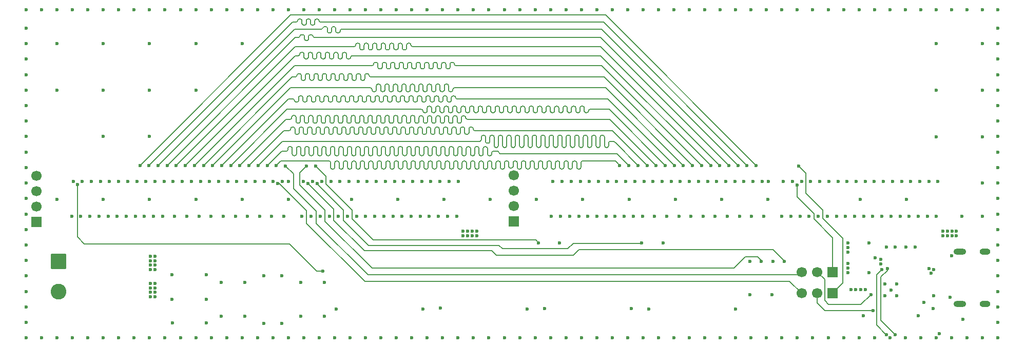
<source format=gbl>
%TF.GenerationSoftware,KiCad,Pcbnew,9.0.0*%
%TF.CreationDate,2025-09-20T16:18:57+02:00*%
%TF.ProjectId,ecap5-bcarrier-xlite,65636170-352d-4626-9361-72726965722d,rev?*%
%TF.SameCoordinates,Original*%
%TF.FileFunction,Copper,L4,Bot*%
%TF.FilePolarity,Positive*%
%FSLAX46Y46*%
G04 Gerber Fmt 4.6, Leading zero omitted, Abs format (unit mm)*
G04 Created by KiCad (PCBNEW 9.0.0) date 2025-09-20 16:18:57*
%MOMM*%
%LPD*%
G01*
G04 APERTURE LIST*
G04 Aperture macros list*
%AMRoundRect*
0 Rectangle with rounded corners*
0 $1 Rounding radius*
0 $2 $3 $4 $5 $6 $7 $8 $9 X,Y pos of 4 corners*
0 Add a 4 corners polygon primitive as box body*
4,1,4,$2,$3,$4,$5,$6,$7,$8,$9,$2,$3,0*
0 Add four circle primitives for the rounded corners*
1,1,$1+$1,$2,$3*
1,1,$1+$1,$4,$5*
1,1,$1+$1,$6,$7*
1,1,$1+$1,$8,$9*
0 Add four rect primitives between the rounded corners*
20,1,$1+$1,$2,$3,$4,$5,0*
20,1,$1+$1,$4,$5,$6,$7,0*
20,1,$1+$1,$6,$7,$8,$9,0*
20,1,$1+$1,$8,$9,$2,$3,0*%
G04 Aperture macros list end*
%TA.AperFunction,ComponentPad*%
%ADD10R,1.700000X1.700000*%
%TD*%
%TA.AperFunction,ComponentPad*%
%ADD11C,1.700000*%
%TD*%
%TA.AperFunction,HeatsinkPad*%
%ADD12O,2.100000X1.000000*%
%TD*%
%TA.AperFunction,HeatsinkPad*%
%ADD13O,1.800000X1.000000*%
%TD*%
%TA.AperFunction,ComponentPad*%
%ADD14RoundRect,0.250000X-1.050000X1.050000X-1.050000X-1.050000X1.050000X-1.050000X1.050000X1.050000X0*%
%TD*%
%TA.AperFunction,ComponentPad*%
%ADD15C,2.600000*%
%TD*%
%TA.AperFunction,ViaPad*%
%ADD16C,0.600000*%
%TD*%
%TA.AperFunction,Conductor*%
%ADD17C,0.200000*%
%TD*%
%TA.AperFunction,Conductor*%
%ADD18C,0.156464*%
%TD*%
%TA.AperFunction,Conductor*%
%ADD19C,0.150000*%
%TD*%
G04 APERTURE END LIST*
D10*
%TO.P,J3,1,Pin_1*%
%TO.N,/SOM2.JTAC_TCK*%
X155960000Y-105375000D03*
D11*
%TO.P,J3,2,Pin_2*%
%TO.N,/SOM2.JTAC_TDI*%
X155960000Y-102835000D03*
%TO.P,J3,3,Pin_3*%
%TO.N,/SOM2.JTAC_TDO*%
X155960000Y-100295000D03*
%TO.P,J3,4,Pin_4*%
%TO.N,/SOM2.JTAC_TMS*%
X155960000Y-97755000D03*
%TD*%
D12*
%TO.P,J5,S1,SHIELD*%
%TO.N,GND*%
X229530000Y-118985000D03*
D13*
X233710000Y-118985000D03*
D12*
X229530000Y-110345000D03*
D13*
X233710000Y-110345000D03*
%TD*%
D10*
%TO.P,J4,1,Pin_1*%
%TO.N,/SOM1.JTAC_TCK*%
X77260000Y-105400000D03*
D11*
%TO.P,J4,2,Pin_2*%
%TO.N,/SOM1.JTAC_TDI*%
X77260000Y-102860000D03*
%TO.P,J4,3,Pin_3*%
%TO.N,/SOM1.JTAC_TDO*%
X77260000Y-100320000D03*
%TO.P,J4,4,Pin_4*%
%TO.N,/SOM1.JTAC_TMS*%
X77260000Y-97780000D03*
%TD*%
D10*
%TO.P,JP2,1,A*%
%TO.N,/SOM2.UART_TX*%
X208535000Y-113705000D03*
D11*
%TO.P,JP2,2,C*%
%TO.N,/UART.TX*%
X205995000Y-113705000D03*
%TO.P,JP2,3,B*%
%TO.N,/SOM1.UART_TX*%
X203455000Y-113705000D03*
%TD*%
D14*
%TO.P,J9,1,Pin_1*%
%TO.N,GND*%
X80890000Y-111965000D03*
D15*
%TO.P,J9,2,Pin_2*%
%TO.N,Net-(D1-A)*%
X80890000Y-116965000D03*
%TD*%
D10*
%TO.P,JP1,1,A*%
%TO.N,/SOM2.UART_RX*%
X208525000Y-117240000D03*
D11*
%TO.P,JP1,2,C*%
%TO.N,/UART.RX*%
X205985000Y-117240000D03*
%TO.P,JP1,3,B*%
%TO.N,/SOM1.UART_RX*%
X203445000Y-117240000D03*
%TD*%
D16*
%TO.N,GND*%
X95887381Y-75990000D03*
X235810000Y-116915000D03*
X224485000Y-113165000D03*
X128785000Y-98740000D03*
X219160000Y-117665000D03*
X136592143Y-124590000D03*
X207825476Y-124590000D03*
X221435000Y-98739999D03*
X140985000Y-119790000D03*
X224760000Y-113865000D03*
X230721905Y-70390000D03*
X235810000Y-93890000D03*
X139136190Y-70390000D03*
X224435000Y-98739999D03*
X120785000Y-121040000D03*
X143535000Y-104540000D03*
X179840952Y-124590000D03*
X212360000Y-116580000D03*
X183185000Y-104539999D03*
X75535000Y-104123333D03*
X118783810Y-124590000D03*
X197935000Y-98739999D03*
X96785000Y-111831667D03*
X92035000Y-104540000D03*
X95887381Y-70390000D03*
X202737381Y-124590000D03*
X85711190Y-124590000D03*
X163685000Y-104539999D03*
X193185000Y-104539999D03*
X235810000Y-101570000D03*
X114785000Y-98740000D03*
X219685000Y-104539999D03*
X86285000Y-98740000D03*
X116239762Y-124590000D03*
X88255238Y-75990000D03*
X75535000Y-114356667D03*
X212913571Y-70390000D03*
X92285000Y-98740000D03*
X183435000Y-98739999D03*
X235810000Y-91331667D03*
X201685000Y-104539999D03*
X126415952Y-70390000D03*
X218910000Y-109590000D03*
X235810000Y-122031667D03*
X144224286Y-70390000D03*
X136592143Y-70390000D03*
X165435000Y-98739999D03*
X233265952Y-70390000D03*
X84535000Y-104540000D03*
X154400476Y-70390000D03*
X212435000Y-98739999D03*
X124710000Y-115440000D03*
X218435000Y-98739999D03*
X218001667Y-70390000D03*
X202737381Y-70390000D03*
X156944524Y-124590000D03*
X124035000Y-104540000D03*
X225652857Y-91340000D03*
X75535000Y-101565000D03*
X89035000Y-104540000D03*
X108607619Y-70390000D03*
X143860000Y-119640000D03*
X206185000Y-104539999D03*
X111142143Y-101740000D03*
X75535000Y-124590000D03*
X139035000Y-104540000D03*
X219935000Y-98739999D03*
X83167143Y-124590000D03*
X102785000Y-98740000D03*
X75535000Y-75981667D03*
X200193333Y-70390000D03*
X215555000Y-111340000D03*
X200193333Y-124590000D03*
X134048095Y-124590000D03*
X75535000Y-109240000D03*
X211610000Y-116580000D03*
X98285000Y-98740000D03*
X159704048Y-101740000D03*
X83035000Y-104540000D03*
X174435000Y-98739999D03*
X75535000Y-119473333D03*
X96785000Y-113315000D03*
X127035000Y-104540000D03*
X142035000Y-104540000D03*
X107715000Y-121035000D03*
X103519524Y-101740000D03*
X111151667Y-75990000D03*
X113695714Y-70390000D03*
X162435000Y-98739999D03*
X107715000Y-115460000D03*
X95035000Y-104540000D03*
X154400476Y-124590000D03*
X222935000Y-98739999D03*
X182385000Y-124590000D03*
X235810000Y-86215000D03*
X205281429Y-124590000D03*
X134785000Y-98740000D03*
X93343333Y-124590000D03*
X212185000Y-104539999D03*
X142285000Y-98740000D03*
X229885000Y-104540000D03*
X223089762Y-70390000D03*
X190229048Y-101740000D03*
X235810000Y-114356667D03*
X186435000Y-98739999D03*
X172208810Y-124590000D03*
X136035000Y-104540000D03*
X218185000Y-104539999D03*
X123871905Y-70390000D03*
X216935000Y-98739999D03*
X131785000Y-98740000D03*
X121327857Y-124590000D03*
X103519524Y-70390000D03*
X89285000Y-98740000D03*
X99785000Y-98740000D03*
X117685000Y-122215000D03*
X201935000Y-98739999D03*
X179840952Y-70390000D03*
X126685000Y-119790000D03*
X223089762Y-124590000D03*
X146785000Y-98740000D03*
X235810000Y-124590000D03*
X235810000Y-75981667D03*
X163935000Y-98739999D03*
X78079048Y-70390000D03*
X235810000Y-83656667D03*
X75535000Y-70390000D03*
X197876667Y-101740000D03*
X116285000Y-98740000D03*
X75535000Y-122031667D03*
X169935000Y-98739999D03*
X225633810Y-70390000D03*
X116239762Y-70390000D03*
X100975476Y-70390000D03*
X86035000Y-104540000D03*
X130035000Y-104540000D03*
X192561190Y-70390000D03*
X235810000Y-106681667D03*
X221185000Y-104539999D03*
X106035000Y-104540000D03*
X235810000Y-96448333D03*
X149312381Y-70390000D03*
X220767143Y-101740000D03*
X169685000Y-104539999D03*
X181935000Y-98739999D03*
X78079048Y-124590000D03*
X96785000Y-98740000D03*
X207935000Y-98739999D03*
X159488571Y-124590000D03*
X113695714Y-124590000D03*
X198590000Y-117490000D03*
X225935000Y-98739999D03*
X75535000Y-91331667D03*
X105785000Y-98740000D03*
X96785000Y-112573333D03*
X218001667Y-124590000D03*
X136807619Y-101740000D03*
X124285000Y-98740000D03*
X191185000Y-104539999D03*
X192561190Y-124590000D03*
X108785000Y-98740000D03*
X122785000Y-98740000D03*
X222135000Y-109590000D03*
X152071905Y-101740000D03*
X143785000Y-98740000D03*
X111785000Y-98740000D03*
X175685000Y-104539999D03*
X96035000Y-111090000D03*
X233285000Y-75990000D03*
X224185000Y-104539999D03*
X235810000Y-119473333D03*
X177435000Y-98739999D03*
X103519524Y-124590000D03*
X233285000Y-91340000D03*
X96035000Y-112573333D03*
X131504048Y-70390000D03*
X117785000Y-98740000D03*
X75535000Y-78540000D03*
X195105238Y-124590000D03*
X230721905Y-124590000D03*
X235810000Y-88773333D03*
X214530000Y-108890000D03*
X225633810Y-124590000D03*
X140535000Y-104540000D03*
X212913571Y-124590000D03*
X118785000Y-98740000D03*
X88255238Y-101740000D03*
X95887381Y-124590000D03*
X121035000Y-104540000D03*
X178935000Y-98739999D03*
X103519524Y-83665000D03*
X75535000Y-106681667D03*
X114035000Y-104540000D03*
X104035000Y-104540000D03*
X87785000Y-98740000D03*
X235810000Y-109240000D03*
X213685000Y-104539999D03*
X144224286Y-124590000D03*
X200185000Y-104539999D03*
X139285000Y-98740000D03*
X195185000Y-104539999D03*
X187473095Y-124590000D03*
X163485000Y-108915000D03*
X162185000Y-104539999D03*
X209185000Y-104539999D03*
X219160000Y-115665000D03*
X106063571Y-124590000D03*
X204685000Y-104539999D03*
X98035000Y-104540000D03*
X96035000Y-113315000D03*
X75535000Y-111798333D03*
X225135000Y-119740000D03*
X156944524Y-70390000D03*
X167342143Y-101740000D03*
X134048095Y-70390000D03*
X108607619Y-124590000D03*
X118774286Y-101740000D03*
X93535000Y-104540000D03*
X101285000Y-98740000D03*
X88255238Y-91315000D03*
X98431429Y-124590000D03*
X95877857Y-101740000D03*
X131535000Y-104540000D03*
X99615000Y-118190000D03*
X216685000Y-104539999D03*
X225260000Y-113340000D03*
X146768333Y-124590000D03*
X169664762Y-124590000D03*
X210685000Y-104539999D03*
X190017143Y-70390000D03*
X133035000Y-104540000D03*
X227935000Y-117865000D03*
X192435000Y-98739999D03*
X112035000Y-104540000D03*
X182385000Y-70390000D03*
X149312381Y-124590000D03*
X123871905Y-124590000D03*
X210369524Y-124590000D03*
X210935000Y-98739999D03*
X151856429Y-70390000D03*
X88255238Y-124590000D03*
X137785000Y-98740000D03*
X181185000Y-104539999D03*
X110035000Y-104540000D03*
X190017143Y-124590000D03*
X162032619Y-124590000D03*
X126415952Y-124590000D03*
X140785000Y-98740000D03*
X104285000Y-98740000D03*
X128960000Y-70390000D03*
X217435000Y-109590000D03*
X225210000Y-117615000D03*
X131504048Y-124590000D03*
X137535000Y-104540000D03*
X80623095Y-75990000D03*
X111151667Y-70390000D03*
X99635000Y-122115000D03*
X193935000Y-98739999D03*
X235810000Y-78540000D03*
X167120714Y-124590000D03*
X165185000Y-104539999D03*
X105210000Y-122115000D03*
X105210000Y-114165000D03*
X118035000Y-104540000D03*
X235810000Y-81098333D03*
X172208810Y-70390000D03*
X75535000Y-86215000D03*
X95887381Y-83665000D03*
X75535000Y-99006667D03*
X196935000Y-98739999D03*
X177296905Y-70390000D03*
X171185000Y-104539999D03*
X213935000Y-98739999D03*
X215435000Y-98739999D03*
X184929048Y-70390000D03*
X220545714Y-124590000D03*
X158160000Y-119840000D03*
X205281429Y-70390000D03*
X177296905Y-124590000D03*
X184935000Y-98739999D03*
X185185000Y-104539999D03*
X228160000Y-111015000D03*
X75535000Y-96448333D03*
X207825476Y-70390000D03*
X75535000Y-83656667D03*
X189435000Y-98739999D03*
X144449286Y-101740000D03*
X120785000Y-115440000D03*
X84785000Y-98740000D03*
X164576667Y-70390000D03*
X88255238Y-70390000D03*
X129185000Y-101740000D03*
X93343333Y-70390000D03*
X180435000Y-98739999D03*
X235810000Y-70390000D03*
X80623095Y-124590000D03*
X118783810Y-70390000D03*
X213131429Y-101740000D03*
X174974286Y-101740000D03*
X172935000Y-98739999D03*
X90785000Y-98740000D03*
X162032619Y-70390000D03*
X195435000Y-98739999D03*
X117685000Y-114315000D03*
X177185000Y-104539999D03*
X90535000Y-104540000D03*
X111615000Y-121040000D03*
X111151667Y-124590000D03*
X235810000Y-73423333D03*
X210369524Y-70390000D03*
X75535000Y-93890000D03*
X139136190Y-124590000D03*
X197649286Y-124590000D03*
X75535000Y-73423333D03*
X75535000Y-81098333D03*
X182596905Y-101740000D03*
X145035000Y-104540000D03*
X225652857Y-83665000D03*
X141680238Y-124590000D03*
X106063571Y-70390000D03*
X172685000Y-104539999D03*
X225685000Y-104539999D03*
X136285000Y-98740000D03*
X85711190Y-70390000D03*
X226185000Y-123890000D03*
X75535000Y-116915000D03*
X113285000Y-98740000D03*
X128535000Y-104540000D03*
X235810000Y-111798333D03*
X174752857Y-124590000D03*
X179185000Y-104539999D03*
X90799286Y-124590000D03*
X209435000Y-98739999D03*
X96785000Y-111090000D03*
X146535000Y-104540000D03*
X128960000Y-124590000D03*
X107285000Y-98740000D03*
X96035000Y-111831667D03*
X134535000Y-104540000D03*
X187185000Y-104539999D03*
X190935000Y-98739999D03*
X218160000Y-116690000D03*
X187935000Y-98739999D03*
X203435000Y-98739999D03*
X121285000Y-98740000D03*
X214530000Y-113815000D03*
X98431429Y-70390000D03*
X87535000Y-104540000D03*
X110285000Y-98740000D03*
X197649286Y-70390000D03*
X125535000Y-104540000D03*
X189185000Y-104539999D03*
X116035000Y-104540000D03*
X166935000Y-98739999D03*
X124685000Y-121040000D03*
X102035000Y-104540000D03*
X122535000Y-104540000D03*
X215457619Y-124590000D03*
X204935000Y-98739999D03*
X233285000Y-104540000D03*
X195105238Y-70390000D03*
X233285000Y-99015000D03*
X220545714Y-70390000D03*
X180635000Y-108940000D03*
X95887381Y-91315000D03*
X166685000Y-104539999D03*
X88255238Y-83665000D03*
X235810000Y-99006667D03*
X80623095Y-70390000D03*
X217160000Y-117665000D03*
X146768333Y-70390000D03*
X83285000Y-98740000D03*
X235810000Y-104123333D03*
X203185000Y-104539999D03*
X133285000Y-98740000D03*
X233265952Y-124590000D03*
X127285000Y-98740000D03*
X194927500Y-117490000D03*
X96535000Y-104540000D03*
X197185000Y-104539999D03*
X220660000Y-109590000D03*
X174752857Y-70390000D03*
X103519524Y-75990000D03*
X93785000Y-98740000D03*
X171435000Y-98739999D03*
X228177857Y-124590000D03*
X174185000Y-104539999D03*
X168435000Y-98739999D03*
X200435000Y-98739999D03*
X125785000Y-98740000D03*
X215185000Y-104539999D03*
X164576667Y-124590000D03*
X100975476Y-124590000D03*
X145285000Y-98740000D03*
X207685000Y-104539999D03*
X206435000Y-98739999D03*
X225652857Y-75990000D03*
X114710000Y-122215000D03*
X111615000Y-115440000D03*
X215457619Y-70390000D03*
X141680238Y-70390000D03*
X75535000Y-88773333D03*
X159488571Y-70390000D03*
X222685000Y-104539999D03*
X169664762Y-70390000D03*
X217160000Y-115665000D03*
X80623095Y-101740000D03*
X95285000Y-98740000D03*
X83167143Y-70390000D03*
X80623095Y-83665000D03*
X99610000Y-114165000D03*
X184929048Y-124590000D03*
X105215000Y-118190000D03*
X233285000Y-83665000D03*
X151856429Y-124590000D03*
X108035000Y-104540000D03*
X90799286Y-70390000D03*
X175935000Y-98739999D03*
X167120714Y-70390000D03*
X121327857Y-70390000D03*
X114710000Y-114315000D03*
X223610000Y-118740000D03*
X228177857Y-70390000D03*
X168185000Y-104539999D03*
X187473095Y-70390000D03*
X130285000Y-98740000D03*
X100035000Y-104540000D03*
%TO.N,VIN9_15*%
X149093333Y-106940000D03*
X228243333Y-106940000D03*
X226760000Y-107690000D03*
X211105000Y-108865000D03*
X228985000Y-107690000D03*
X228985000Y-106940000D03*
X96785000Y-116331667D03*
X211105000Y-109640000D03*
X149835000Y-106940000D03*
X96785000Y-117073333D03*
X148351667Y-107690000D03*
X96035000Y-116331667D03*
X149835000Y-107690000D03*
X147610000Y-106940000D03*
X96035000Y-117073333D03*
X147610000Y-107690000D03*
X149093333Y-107690000D03*
X96785000Y-115590000D03*
X211105000Y-110415000D03*
X227501667Y-107690000D03*
X226760000Y-106940000D03*
X96785000Y-117815000D03*
X228243333Y-107690000D03*
X148351667Y-106940000D03*
X227501667Y-106940000D03*
X96035000Y-115590000D03*
X96035000Y-117815000D03*
%TO.N,+3V3*%
X178260000Y-119840000D03*
X222685000Y-120940000D03*
X194952500Y-111915000D03*
X198702500Y-111915000D03*
X213935000Y-116590000D03*
X230010000Y-121540000D03*
X192560000Y-119790000D03*
X211105000Y-113065000D03*
X211105000Y-112290000D03*
X216535000Y-111640000D03*
X213185000Y-116590000D03*
X211105000Y-113840000D03*
X216535000Y-112365000D03*
X175385000Y-119765000D03*
X161085000Y-119765000D03*
X213585000Y-120915000D03*
%TO.N,/UART.~{RXLED}*%
X217410000Y-124040000D03*
X216710000Y-113265000D03*
%TO.N,/UART.~{TXLED}*%
X218885000Y-124040000D03*
X217618414Y-113156586D03*
%TO.N,/SOM1/SE17*%
X192935000Y-96090000D03*
X97285000Y-96115000D03*
%TO.N,/SOM1/SE27*%
X104785000Y-96115000D03*
X185435000Y-96090000D03*
%TO.N,/SOM1/SE39*%
X176435000Y-96090000D03*
X113785000Y-96115000D03*
%TO.N,/SOM1/SE43*%
X116785000Y-96115000D03*
X173435000Y-96090000D03*
%TO.N,/SOM1/SE37*%
X177935000Y-96090000D03*
X112285000Y-96115000D03*
%TO.N,/SOM1/SE21*%
X100285000Y-96115000D03*
X189935000Y-96090000D03*
%TO.N,/SOM1/SE25*%
X186935000Y-96090000D03*
X103285000Y-96115000D03*
%TO.N,/SOM1/SE19*%
X191435000Y-96090000D03*
X98785000Y-96115000D03*
%TO.N,/SOM1/SE13*%
X195935000Y-96090000D03*
X94285000Y-96115000D03*
%TO.N,/SOM1/SE29*%
X106285000Y-96115000D03*
X183935000Y-96090000D03*
%TO.N,/SOM1/SE31*%
X107785000Y-96115000D03*
X182435000Y-96090000D03*
%TO.N,/SOM1/SE33*%
X109285000Y-96115000D03*
X180935000Y-96090000D03*
%TO.N,/SOM1/SE15*%
X95785000Y-96115000D03*
X194435000Y-96090000D03*
%TO.N,/SOM1/SE35*%
X179435000Y-96090000D03*
X110785000Y-96115000D03*
%TO.N,/SOM1/SE23*%
X188435000Y-96090000D03*
X101785000Y-96115000D03*
%TO.N,/SOM1/SE41*%
X174935000Y-96090000D03*
X115285000Y-96115000D03*
%TO.N,/LED1*%
X122035000Y-99090000D03*
X200552500Y-111915000D03*
%TO.N,/LED2*%
X196802500Y-111915000D03*
X121785000Y-96190000D03*
%TO.N,/BUTTON1*%
X123285000Y-96165000D03*
X160060000Y-108915000D03*
%TO.N,/BUTTON2*%
X177060000Y-108940000D03*
X123569456Y-99097772D03*
%TO.N,/SOM1.RESET_IN*%
X84035000Y-99265000D03*
X124485000Y-113540000D03*
%TO.N,/UART.RX*%
X215210000Y-120090000D03*
%TO.N,/UART.TX*%
X214860000Y-117415000D03*
%TO.N,/SOM1.UART_TX*%
X118285000Y-96165000D03*
%TO.N,/SOM1.UART_RX*%
X117035000Y-99115000D03*
%TO.N,/SOM2.UART_RX*%
X202935000Y-96190000D03*
%TO.N,/SOM2.UART_TX*%
X202685000Y-99340000D03*
%TD*%
D17*
%TO.N,/UART.~{RXLED}*%
X217410000Y-124040000D02*
X217385000Y-124040000D01*
X217385000Y-124040000D02*
X215835000Y-122490000D01*
X215835000Y-114140000D02*
X216710000Y-113265000D01*
X215835000Y-122490000D02*
X215835000Y-114140000D01*
%TO.N,/UART.~{TXLED}*%
X218885000Y-124040000D02*
X218885000Y-124027500D01*
X216535000Y-121677500D02*
X216535000Y-114525172D01*
X217618414Y-113441758D02*
X217618414Y-113156586D01*
X218885000Y-124027500D02*
X216535000Y-121677500D01*
X216535000Y-114525172D02*
X217618414Y-113441758D01*
D18*
%TO.N,/SOM1/SE17*%
X126890155Y-74221935D02*
X127030155Y-74221935D01*
X125910155Y-73590000D02*
X125910155Y-73390153D01*
X125210155Y-73402051D02*
X125210155Y-73590000D01*
X126610155Y-73870000D02*
X126610155Y-73941935D01*
X134304885Y-73590000D02*
X170435000Y-73590000D01*
X125210155Y-73590000D02*
X125210155Y-73941902D01*
X127730155Y-73590000D02*
X134304885Y-73590000D01*
X125910155Y-73941902D02*
X125910155Y-73590000D01*
X126610155Y-73390153D02*
X126610155Y-73590000D01*
X127590155Y-73590000D02*
X127730155Y-73590000D01*
X97285000Y-96115000D02*
X119810000Y-73590000D01*
X124611053Y-73214102D02*
X125022206Y-73214102D01*
X126110002Y-73190306D02*
X126410308Y-73190306D01*
X119810000Y-73590000D02*
X124235155Y-73590000D01*
X127310155Y-73941935D02*
X127310155Y-73870000D01*
X125490155Y-74221902D02*
X125630155Y-74221902D01*
X170435000Y-73590000D02*
X192935000Y-96090000D01*
X126610155Y-73590000D02*
X126610155Y-73870000D01*
X126410308Y-73190306D02*
G75*
G02*
X126610194Y-73390153I-8J-199894D01*
G01*
X125630155Y-74221902D02*
G75*
G03*
X125910202Y-73941902I45J280002D01*
G01*
X125022206Y-73214102D02*
G75*
G02*
X125210198Y-73402051I-6J-187998D01*
G01*
X124235155Y-73590000D02*
G75*
G03*
X124423100Y-73402051I45J187900D01*
G01*
X127030155Y-74221935D02*
G75*
G03*
X127310235Y-73941935I45J280035D01*
G01*
X124423104Y-73402051D02*
G75*
G02*
X124611053Y-73214104I187996J-49D01*
G01*
X125910155Y-73390153D02*
G75*
G02*
X126110002Y-73190355I199845J-47D01*
G01*
X127310155Y-73870000D02*
G75*
G02*
X127590155Y-73589955I280045J0D01*
G01*
X125210155Y-73941902D02*
G75*
G03*
X125490155Y-74221945I280045J2D01*
G01*
X126610155Y-73941935D02*
G75*
G03*
X126890155Y-74221945I280045J35D01*
G01*
%TO.N,/SOM1/SE27*%
X130973542Y-82043304D02*
X131120238Y-82043304D01*
X131396890Y-81490000D02*
X131396890Y-81213917D01*
X126773536Y-82043292D02*
X126920244Y-82043292D01*
X122573536Y-82043292D02*
X122720244Y-82043292D01*
X126073536Y-80936708D02*
X126220244Y-80936708D01*
X127896890Y-81213354D02*
X127896890Y-81490000D01*
X124396890Y-81490000D02*
X124396890Y-81213354D01*
X130273540Y-80936700D02*
X130420240Y-80936700D01*
X122996890Y-81766646D02*
X122996890Y-81490000D01*
X127196890Y-81766646D02*
X127196890Y-81490000D01*
X132516890Y-81490000D02*
X133181823Y-81490000D01*
X131396890Y-81766652D02*
X131396890Y-81490000D01*
X129573539Y-82043298D02*
X129720241Y-82043298D01*
X121596890Y-81490000D02*
X121596890Y-81213354D01*
X122296890Y-81213354D02*
X122296890Y-81490000D01*
X170835000Y-81490000D02*
X185435000Y-96090000D01*
X120896890Y-81213920D02*
X120896890Y-81490000D01*
X125096890Y-81213354D02*
X125096890Y-81490000D01*
X123973536Y-82043292D02*
X124120244Y-82043292D01*
X131672973Y-80937834D02*
X131820807Y-80937834D01*
X120896890Y-81490000D02*
X120896890Y-81766646D01*
X123696890Y-81490000D02*
X123696890Y-81766646D01*
X121873536Y-80936708D02*
X122020244Y-80936708D01*
X127896890Y-81490000D02*
X127896890Y-81766649D01*
X130696890Y-81213350D02*
X130696890Y-81490000D01*
X124396890Y-81766646D02*
X124396890Y-81490000D01*
X129296890Y-81490000D02*
X129296890Y-81766649D01*
X119410000Y-81490000D02*
X119916890Y-81490000D01*
X132372973Y-81490000D02*
X132516890Y-81490000D01*
X121596890Y-81766646D02*
X121596890Y-81490000D01*
X125796890Y-81490000D02*
X125796890Y-81213354D01*
X125096890Y-81490000D02*
X125096890Y-81766646D01*
X120469050Y-80937840D02*
X120620810Y-80937840D01*
X128596890Y-81490000D02*
X128596890Y-81213351D01*
X126496890Y-81490000D02*
X126496890Y-81766646D01*
X104785000Y-96115000D02*
X119410000Y-81490000D01*
X126496890Y-81213354D02*
X126496890Y-81490000D01*
X130696890Y-81490000D02*
X130696890Y-81766652D01*
X128173539Y-82043298D02*
X128320241Y-82043298D01*
X123273536Y-80936708D02*
X123420244Y-80936708D01*
X133181823Y-81490000D02*
X170835000Y-81490000D01*
X127196890Y-81490000D02*
X127196890Y-81213354D01*
X122996890Y-81490000D02*
X122996890Y-81213354D01*
X128596890Y-81766649D02*
X128596890Y-81490000D01*
X124673536Y-80936708D02*
X124820244Y-80936708D01*
X128873539Y-80936702D02*
X129020241Y-80936702D01*
X125373536Y-82043292D02*
X125520244Y-82043292D01*
X129996890Y-81490000D02*
X129996890Y-81213350D01*
X127473536Y-80936708D02*
X127620244Y-80936708D01*
X121173536Y-82043292D02*
X121320244Y-82043292D01*
X122296890Y-81490000D02*
X122296890Y-81766646D01*
X125796890Y-81766646D02*
X125796890Y-81490000D01*
X129296890Y-81213351D02*
X129296890Y-81490000D01*
X129996890Y-81766649D02*
X129996890Y-81490000D01*
X123696890Y-81213354D02*
X123696890Y-81490000D01*
X120896890Y-81766646D02*
G75*
G03*
X121173536Y-82043210I276610J46D01*
G01*
X129296890Y-81766649D02*
G75*
G03*
X129573539Y-82043210I276610J49D01*
G01*
X128596890Y-81213351D02*
G75*
G02*
X128873539Y-80936790I276610J-49D01*
G01*
X119916890Y-81490000D02*
G75*
G03*
X120193000Y-81213920I10J276100D01*
G01*
X121596890Y-81213354D02*
G75*
G02*
X121873536Y-80936790I276610J-46D01*
G01*
X124120244Y-82043292D02*
G75*
G03*
X124396892Y-81766646I-44J276692D01*
G01*
X129720241Y-82043298D02*
G75*
G03*
X129996898Y-81766649I-41J276698D01*
G01*
X120192970Y-81213920D02*
G75*
G02*
X120469050Y-80937770I276130J20D01*
G01*
X131120238Y-82043304D02*
G75*
G03*
X131396804Y-81766652I-38J276604D01*
G01*
X127620244Y-80936708D02*
G75*
G02*
X127896892Y-81213354I-44J-276692D01*
G01*
X129996890Y-81213350D02*
G75*
G02*
X130273540Y-80936790I276610J-50D01*
G01*
X129020241Y-80936702D02*
G75*
G02*
X129296898Y-81213351I-41J-276698D01*
G01*
X126920244Y-82043292D02*
G75*
G03*
X127196892Y-81766646I-44J276692D01*
G01*
X128320241Y-82043298D02*
G75*
G03*
X128596898Y-81766649I-41J276698D01*
G01*
X121320244Y-82043292D02*
G75*
G03*
X121596892Y-81766646I-44J276692D01*
G01*
X122996890Y-81213354D02*
G75*
G02*
X123273536Y-80936790I276610J-46D01*
G01*
X123696890Y-81766646D02*
G75*
G03*
X123973536Y-82043210I276610J46D01*
G01*
X120620810Y-80937840D02*
G75*
G02*
X120896860Y-81213920I-10J-276060D01*
G01*
X125520244Y-82043292D02*
G75*
G03*
X125796892Y-81766646I-44J276692D01*
G01*
X122020244Y-80936708D02*
G75*
G02*
X122296892Y-81213354I-44J-276692D01*
G01*
X123420244Y-80936708D02*
G75*
G02*
X123696892Y-81213354I-44J-276692D01*
G01*
X130420240Y-80936700D02*
G75*
G02*
X130696900Y-81213350I-40J-276700D01*
G01*
X125796890Y-81213354D02*
G75*
G02*
X126073536Y-80936790I276610J-46D01*
G01*
X127196890Y-81213354D02*
G75*
G02*
X127473536Y-80936790I276610J-46D01*
G01*
X130696890Y-81766652D02*
G75*
G03*
X130973542Y-82043310I276610J-48D01*
G01*
X125096890Y-81766646D02*
G75*
G03*
X125373536Y-82043210I276610J46D01*
G01*
X127896890Y-81766649D02*
G75*
G03*
X128173539Y-82043210I276610J49D01*
G01*
X124820244Y-80936708D02*
G75*
G02*
X125096892Y-81213354I-44J-276692D01*
G01*
X122296890Y-81766646D02*
G75*
G03*
X122573536Y-82043210I276610J46D01*
G01*
X124396890Y-81213354D02*
G75*
G02*
X124673536Y-80936790I276610J-46D01*
G01*
X126220244Y-80936708D02*
G75*
G02*
X126496892Y-81213354I-44J-276692D01*
G01*
X131396890Y-81213917D02*
G75*
G02*
X131672973Y-80937790I276110J17D01*
G01*
X131820807Y-80937834D02*
G75*
G02*
X132096866Y-81213917I-7J-276066D01*
G01*
X132096890Y-81213917D02*
G75*
G03*
X132372973Y-81490010I276110J17D01*
G01*
X122720244Y-82043292D02*
G75*
G03*
X122996892Y-81766646I-44J276692D01*
G01*
X126496890Y-81766646D02*
G75*
G03*
X126773536Y-82043210I276610J46D01*
G01*
%TO.N,/SOM1/SE39*%
X154115000Y-91391108D02*
X154115000Y-92115000D01*
X163215000Y-92115000D02*
X163215000Y-91391108D01*
X153415000Y-92115000D02*
X153415000Y-91391108D01*
X150615000Y-91835000D02*
X150615000Y-91391108D01*
X172772500Y-92427500D02*
X176435000Y-96090000D01*
X166995000Y-93118868D02*
X167135000Y-93118868D01*
X155095000Y-91111108D02*
X155235000Y-91111108D01*
X166015000Y-92115000D02*
X166015000Y-91391108D01*
X164615000Y-92115000D02*
X164615000Y-91391108D01*
X160695000Y-91111108D02*
X160835000Y-91111108D01*
X156215000Y-92115000D02*
X156215000Y-91391108D01*
X158315000Y-91391108D02*
X158315000Y-92115000D01*
X152295000Y-91111108D02*
X152435000Y-91111108D01*
X166715000Y-91391108D02*
X166715000Y-92115000D01*
X169795000Y-93118868D02*
X169935000Y-93118868D01*
X155515000Y-91391108D02*
X155515000Y-92115000D01*
X163915000Y-91391108D02*
X163915000Y-92115000D01*
X158595000Y-93118892D02*
X158735000Y-93118892D01*
X152015000Y-92115000D02*
X152015000Y-91391108D01*
X168395000Y-93118868D02*
X168535000Y-93118868D01*
X158315000Y-92115000D02*
X158315000Y-92838892D01*
X166015000Y-92838868D02*
X166015000Y-92115000D01*
X164195000Y-93118868D02*
X164335000Y-93118868D01*
X170915000Y-91391108D02*
X170915000Y-92115000D01*
X162795000Y-93118892D02*
X162935000Y-93118892D01*
X167415000Y-92115000D02*
X167415000Y-91391108D01*
X162515000Y-91391108D02*
X162515000Y-92115000D01*
X171195000Y-93118868D02*
X171335000Y-93118868D01*
X161395000Y-93118892D02*
X161535000Y-93118892D01*
X162095000Y-91111108D02*
X162235000Y-91111108D01*
X161815000Y-92838892D02*
X161815000Y-92115000D01*
X168115000Y-91391108D02*
X168115000Y-92115000D01*
X160415000Y-92115000D02*
X160415000Y-91391108D01*
X113785000Y-96115000D02*
X117785000Y-92115000D01*
X151315000Y-91391108D02*
X151315000Y-91835000D01*
X170915000Y-92395000D02*
X170915000Y-92838868D01*
X151315000Y-91835000D02*
X151315000Y-92115000D01*
X165315000Y-91391108D02*
X165315000Y-92115000D01*
X155795000Y-93118892D02*
X155935000Y-93118892D01*
X159295000Y-91111108D02*
X159435000Y-91111108D01*
X117785000Y-92115000D02*
X150335000Y-92115000D01*
X157895000Y-91111108D02*
X158035000Y-91111108D01*
X164895000Y-91111108D02*
X165035000Y-91111108D01*
X164615000Y-92838868D02*
X164615000Y-92115000D01*
X154815000Y-92838892D02*
X154815000Y-92115000D01*
X154395000Y-93118892D02*
X154535000Y-93118892D01*
X163215000Y-92838892D02*
X163215000Y-92115000D01*
X156915000Y-92115000D02*
X156915000Y-92838892D01*
X159715000Y-92115000D02*
X159715000Y-92838892D01*
X152715000Y-91391108D02*
X152715000Y-92115000D01*
X159995000Y-93118892D02*
X160135000Y-93118892D01*
X153415000Y-92838892D02*
X153415000Y-92115000D01*
X157195000Y-93118892D02*
X157335000Y-93118892D01*
X162515000Y-92115000D02*
X162515000Y-92838892D01*
X153695000Y-91111108D02*
X153835000Y-91111108D01*
X168815000Y-92838868D02*
X168815000Y-92115000D01*
X161815000Y-92115000D02*
X161815000Y-91391108D01*
X157615000Y-92838892D02*
X157615000Y-92115000D01*
X171615000Y-92838868D02*
X171615000Y-92395000D01*
X156495000Y-91111108D02*
X156635000Y-91111108D01*
X152995000Y-93118892D02*
X153135000Y-93118892D01*
X172035000Y-92115000D02*
X172460000Y-92115000D01*
X170215000Y-92115000D02*
X170215000Y-91391108D01*
X167415000Y-92838868D02*
X167415000Y-92115000D01*
X154815000Y-92115000D02*
X154815000Y-91391108D01*
X167695000Y-91111108D02*
X167835000Y-91111108D01*
X160415000Y-92838892D02*
X160415000Y-92115000D01*
X159715000Y-91391108D02*
X159715000Y-92115000D01*
X169095000Y-91111108D02*
X169235000Y-91111108D01*
X170915000Y-92115000D02*
X170915000Y-92395000D01*
X156215000Y-92838892D02*
X156215000Y-92115000D01*
X170215000Y-92838868D02*
X170215000Y-92115000D01*
X161115000Y-91391108D02*
X161115000Y-92115000D01*
X163495000Y-91111108D02*
X163635000Y-91111108D01*
X168815000Y-92115000D02*
X168815000Y-91391108D01*
X165595000Y-93118868D02*
X165735000Y-93118868D01*
X155515000Y-92115000D02*
X155515000Y-92838892D01*
X169515000Y-92115000D02*
X169515000Y-92838868D01*
X150895000Y-91111108D02*
X151035000Y-91111108D01*
X163915000Y-92115000D02*
X163915000Y-92838868D01*
X169515000Y-91391108D02*
X169515000Y-92115000D01*
X170495000Y-91111108D02*
X170635000Y-91111108D01*
X159015000Y-92115000D02*
X159015000Y-91391108D01*
X151441110Y-92367220D02*
X151888890Y-92367220D01*
X168115000Y-92115000D02*
X168115000Y-92838868D01*
X165315000Y-92115000D02*
X165315000Y-92838868D01*
X152715000Y-92115000D02*
X152715000Y-92838892D01*
X166715000Y-92115000D02*
X166715000Y-92838868D01*
X159015000Y-92838892D02*
X159015000Y-92115000D01*
X156915000Y-91391108D02*
X156915000Y-92115000D01*
X157615000Y-92115000D02*
X157615000Y-91391108D01*
X154115000Y-92115000D02*
X154115000Y-92838892D01*
X161115000Y-92115000D02*
X161115000Y-92838892D01*
X151315000Y-92115000D02*
X151315000Y-92241110D01*
X172460000Y-92115000D02*
X172772500Y-92427500D01*
X152015000Y-92241110D02*
X152015000Y-92115000D01*
X166295000Y-91111108D02*
X166435000Y-91111108D01*
X171895000Y-92115000D02*
X172035000Y-92115000D01*
X152435000Y-91111108D02*
G75*
G02*
X152714992Y-91391108I0J-279992D01*
G01*
X158315000Y-92838892D02*
G75*
G03*
X158595000Y-93118900I280000J-8D01*
G01*
X153135000Y-93118892D02*
G75*
G03*
X153414992Y-92838892I0J279992D01*
G01*
X156215000Y-91391108D02*
G75*
G02*
X156495000Y-91111100I280000J8D01*
G01*
X171335000Y-93118868D02*
G75*
G03*
X171614968Y-92838868I0J279968D01*
G01*
X163635000Y-91111108D02*
G75*
G02*
X163914992Y-91391108I0J-279992D01*
G01*
X156635000Y-91111108D02*
G75*
G02*
X156914992Y-91391108I0J-279992D01*
G01*
X168115000Y-92838868D02*
G75*
G03*
X168395000Y-93118900I280000J-32D01*
G01*
X169935000Y-93118868D02*
G75*
G03*
X170214968Y-92838868I0J279968D01*
G01*
X151888890Y-92367220D02*
G75*
G03*
X152015020Y-92241110I10J126120D01*
G01*
X159715000Y-92838892D02*
G75*
G03*
X159995000Y-93118900I280000J-8D01*
G01*
X157615000Y-91391108D02*
G75*
G02*
X157895000Y-91111100I280000J8D01*
G01*
X155935000Y-93118892D02*
G75*
G03*
X156214992Y-92838892I0J279992D01*
G01*
X162235000Y-91111108D02*
G75*
G02*
X162514992Y-91391108I0J-279992D01*
G01*
X154535000Y-93118892D02*
G75*
G03*
X154814992Y-92838892I0J279992D01*
G01*
X169515000Y-92838868D02*
G75*
G03*
X169795000Y-93118900I280000J-32D01*
G01*
X160835000Y-91111108D02*
G75*
G02*
X161114992Y-91391108I0J-279992D01*
G01*
X161115000Y-92838892D02*
G75*
G03*
X161395000Y-93118900I280000J-8D01*
G01*
X150615000Y-91391108D02*
G75*
G02*
X150895000Y-91111100I280000J8D01*
G01*
X167415000Y-91391108D02*
G75*
G02*
X167695000Y-91111100I280000J8D01*
G01*
X169235000Y-91111108D02*
G75*
G02*
X169514992Y-91391108I0J-279992D01*
G01*
X166715000Y-92838868D02*
G75*
G03*
X166995000Y-93118900I280000J-32D01*
G01*
X150335000Y-92115000D02*
G75*
G03*
X150615000Y-91835000I0J280000D01*
G01*
X161535000Y-93118892D02*
G75*
G03*
X161814992Y-92838892I0J279992D01*
G01*
X157335000Y-93118892D02*
G75*
G03*
X157614992Y-92838892I0J279992D01*
G01*
X161815000Y-91391108D02*
G75*
G02*
X162095000Y-91111100I280000J8D01*
G01*
X158735000Y-93118892D02*
G75*
G03*
X159014992Y-92838892I0J279992D01*
G01*
X164615000Y-91391108D02*
G75*
G02*
X164895000Y-91111100I280000J8D01*
G01*
X153835000Y-91111108D02*
G75*
G02*
X154114992Y-91391108I0J-279992D01*
G01*
X164335000Y-93118868D02*
G75*
G03*
X164614968Y-92838868I0J279968D01*
G01*
X162935000Y-93118892D02*
G75*
G03*
X163214992Y-92838892I0J279992D01*
G01*
X155235000Y-91111108D02*
G75*
G02*
X155514992Y-91391108I0J-279992D01*
G01*
X166435000Y-91111108D02*
G75*
G02*
X166714992Y-91391108I0J-279992D01*
G01*
X156915000Y-92838892D02*
G75*
G03*
X157195000Y-93118900I280000J-8D01*
G01*
X152715000Y-92838892D02*
G75*
G03*
X152995000Y-93118900I280000J-8D01*
G01*
X159015000Y-91391108D02*
G75*
G02*
X159295000Y-91111100I280000J8D01*
G01*
X165315000Y-92838868D02*
G75*
G03*
X165595000Y-93118900I280000J-32D01*
G01*
X167135000Y-93118868D02*
G75*
G03*
X167414968Y-92838868I0J279968D01*
G01*
X171615000Y-92395000D02*
G75*
G02*
X171895000Y-92115000I280000J0D01*
G01*
X170635000Y-91111108D02*
G75*
G02*
X170914992Y-91391108I0J-279992D01*
G01*
X155515000Y-92838892D02*
G75*
G03*
X155795000Y-93118900I280000J-8D01*
G01*
X154815000Y-91391108D02*
G75*
G02*
X155095000Y-91111100I280000J8D01*
G01*
X160135000Y-93118892D02*
G75*
G03*
X160414992Y-92838892I0J279992D01*
G01*
X165735000Y-93118868D02*
G75*
G03*
X166014968Y-92838868I0J279968D01*
G01*
X165035000Y-91111108D02*
G75*
G02*
X165314992Y-91391108I0J-279992D01*
G01*
X163915000Y-92838868D02*
G75*
G03*
X164195000Y-93118900I280000J-32D01*
G01*
X168815000Y-91391108D02*
G75*
G02*
X169095000Y-91111100I280000J8D01*
G01*
X152015000Y-91391108D02*
G75*
G02*
X152295000Y-91111100I280000J8D01*
G01*
X153415000Y-91391108D02*
G75*
G02*
X153695000Y-91111100I280000J8D01*
G01*
X170215000Y-91391108D02*
G75*
G02*
X170495000Y-91111100I280000J8D01*
G01*
X160415000Y-91391108D02*
G75*
G02*
X160695000Y-91111100I280000J8D01*
G01*
X154115000Y-92838892D02*
G75*
G03*
X154395000Y-93118900I280000J-8D01*
G01*
X166015000Y-91391108D02*
G75*
G02*
X166295000Y-91111100I280000J8D01*
G01*
X162515000Y-92838892D02*
G75*
G03*
X162795000Y-93118900I280000J-8D01*
G01*
X151035000Y-91111108D02*
G75*
G02*
X151314992Y-91391108I0J-279992D01*
G01*
X163215000Y-91391108D02*
G75*
G02*
X163495000Y-91111100I280000J8D01*
G01*
X151315000Y-92241110D02*
G75*
G03*
X151441110Y-92367200I126100J10D01*
G01*
X170915000Y-92838868D02*
G75*
G03*
X171195000Y-93118900I280000J-32D01*
G01*
X167835000Y-91111108D02*
G75*
G02*
X168114992Y-91391108I0J-279992D01*
G01*
X159435000Y-91111108D02*
G75*
G02*
X159714992Y-91391108I0J-279992D01*
G01*
X168535000Y-93118868D02*
G75*
G03*
X168814968Y-92838868I0J279968D01*
G01*
X158035000Y-91111108D02*
G75*
G02*
X158314992Y-91391108I0J-279992D01*
G01*
%TO.N,/SOM1/SE43*%
X135120000Y-95365000D02*
X135260000Y-95365000D01*
X165220000Y-96693454D02*
X165360000Y-96693454D01*
X172985000Y-95640000D02*
X173435000Y-96090000D01*
X128820000Y-96693451D02*
X128960000Y-96693451D01*
X167040000Y-96413445D02*
X167040000Y-95645000D01*
X133440000Y-96413451D02*
X133440000Y-95645000D01*
X147440000Y-96413450D02*
X147440000Y-95645000D01*
X146320000Y-95365000D02*
X146460000Y-95365000D01*
X163540000Y-95645000D02*
X163540000Y-96413449D01*
X148840000Y-96413449D02*
X148840000Y-95645000D01*
X162420000Y-96693451D02*
X162560000Y-96693451D01*
X154440000Y-96413449D02*
X154440000Y-95645000D01*
X125740000Y-95645000D02*
X125740000Y-96413451D01*
X140720000Y-95365000D02*
X140860000Y-95365000D01*
X140020000Y-96693450D02*
X140160000Y-96693450D01*
X134140000Y-95645000D02*
X134140000Y-96413450D01*
X159340000Y-95645000D02*
X159340000Y-96413450D01*
X150240000Y-96413450D02*
X150240000Y-95645000D01*
X127840000Y-96413451D02*
X127840000Y-95645000D01*
X139740000Y-95645000D02*
X139740000Y-96413450D01*
X155140000Y-95645000D02*
X155140000Y-96263450D01*
X130640000Y-96413451D02*
X130640000Y-95645000D01*
X128540000Y-95645000D02*
X128540000Y-96413451D01*
X145620000Y-96693449D02*
X145760000Y-96693449D01*
X129240000Y-96413451D02*
X129240000Y-95645000D01*
X151220000Y-96693449D02*
X151360000Y-96693449D01*
X161440000Y-96413449D02*
X161440000Y-95645000D01*
X162840000Y-96413451D02*
X162840000Y-95645000D01*
X158640000Y-96413451D02*
X158640000Y-95645000D01*
X117535000Y-95365000D02*
X125460000Y-95365000D01*
X150940000Y-95645000D02*
X150940000Y-96413449D01*
X126020000Y-96693451D02*
X126160000Y-96693451D01*
X161020000Y-96693449D02*
X161160000Y-96693449D01*
X157940000Y-95645000D02*
X157940000Y-96413451D01*
X172710000Y-95365000D02*
X172985000Y-95640000D01*
X130920000Y-95365000D02*
X131060000Y-95365000D01*
X153740000Y-95645000D02*
X153740000Y-96413449D01*
X142120000Y-95365000D02*
X142260000Y-95365000D01*
X151920000Y-95365000D02*
X152060000Y-95365000D01*
X144920000Y-95365000D02*
X145060000Y-95365000D01*
X162140000Y-95645000D02*
X162140000Y-96413451D01*
X159620000Y-96693450D02*
X159760000Y-96693450D01*
X167320000Y-95365000D02*
X167460000Y-95365000D01*
X139040000Y-96413449D02*
X139040000Y-95645000D01*
X140440000Y-96413450D02*
X140440000Y-95645000D01*
X134840000Y-96413450D02*
X134840000Y-95645000D01*
X155840000Y-96263450D02*
X155840000Y-95645000D01*
X143240000Y-96413451D02*
X143240000Y-95645000D01*
X142820000Y-96693451D02*
X142960000Y-96693451D01*
X143520000Y-95365000D02*
X143660000Y-95365000D01*
X150520000Y-95365000D02*
X150660000Y-95365000D01*
X136240000Y-96413449D02*
X136240000Y-95645000D01*
X153320000Y-95365000D02*
X153460000Y-95365000D01*
X134420000Y-96693450D02*
X134560000Y-96693450D01*
X166620000Y-96693445D02*
X166760000Y-96693445D01*
X131340000Y-95645000D02*
X131340000Y-96413451D01*
X133020000Y-96693451D02*
X133160000Y-96693451D01*
X142540000Y-95645000D02*
X142540000Y-96413451D01*
X127420000Y-96693451D02*
X127560000Y-96693451D01*
X165640000Y-96413454D02*
X165640000Y-95645000D01*
X160320000Y-95365000D02*
X160460000Y-95365000D01*
X138340000Y-95645000D02*
X138340000Y-96413449D01*
X132320000Y-95365000D02*
X132460000Y-95365000D01*
X167460000Y-95365000D02*
X172710000Y-95365000D01*
X160040000Y-96413450D02*
X160040000Y-95645000D01*
X126440000Y-96413451D02*
X126440000Y-95645000D01*
X130220000Y-96693451D02*
X130360000Y-96693451D01*
X166340000Y-95645000D02*
X166340000Y-96413445D01*
X158920000Y-95365000D02*
X159060000Y-95365000D01*
X156540000Y-95645000D02*
X156540000Y-96413449D01*
X137640000Y-96413450D02*
X137640000Y-95645000D01*
X164940000Y-95645000D02*
X164940000Y-96413454D01*
X136520000Y-95365000D02*
X136660000Y-95365000D01*
X148140000Y-95645000D02*
X148140000Y-96413449D01*
X141420000Y-96693449D02*
X141560000Y-96693449D01*
X152340000Y-95645000D02*
X152340000Y-96413451D01*
X143940000Y-95645000D02*
X143940000Y-96413450D01*
X157240000Y-96413449D02*
X157240000Y-95645000D01*
X156120000Y-95365000D02*
X156260000Y-95365000D01*
X136940000Y-95645000D02*
X136940000Y-96413450D01*
X154720000Y-95365000D02*
X154860000Y-95365000D01*
X126720000Y-95365000D02*
X126860000Y-95365000D01*
X133720000Y-95365000D02*
X133860000Y-95365000D01*
X154020000Y-96693449D02*
X154160000Y-96693449D01*
X147020000Y-96693450D02*
X147160000Y-96693450D01*
X164520000Y-95365000D02*
X164660000Y-95365000D01*
X160740000Y-95645000D02*
X160740000Y-96413449D01*
X164240000Y-96413449D02*
X164240000Y-95645000D01*
X149820000Y-96693450D02*
X149960000Y-96693450D01*
X139320000Y-95365000D02*
X139460000Y-95365000D01*
X149540000Y-95645000D02*
X149540000Y-96413450D01*
X149120000Y-95365000D02*
X149260000Y-95365000D01*
X127140000Y-95645000D02*
X127140000Y-96413451D01*
X128120000Y-95365000D02*
X128260000Y-95365000D01*
X132740000Y-95645000D02*
X132740000Y-96413451D01*
X145340000Y-95645000D02*
X145340000Y-96413449D01*
X144220000Y-96693450D02*
X144360000Y-96693450D01*
X147720000Y-95365000D02*
X147860000Y-95365000D01*
X146040000Y-96413449D02*
X146040000Y-95645000D01*
X163120000Y-95365000D02*
X163260000Y-95365000D01*
X146740000Y-95645000D02*
X146740000Y-96413450D01*
X116785000Y-96115000D02*
X117535000Y-95365000D01*
X152620000Y-96693451D02*
X152760000Y-96693451D01*
X148420000Y-96693449D02*
X148560000Y-96693449D01*
X137220000Y-96693450D02*
X137360000Y-96693450D01*
X157520000Y-95365000D02*
X157660000Y-95365000D01*
X135540000Y-95645000D02*
X135540000Y-96413449D01*
X155420000Y-96543450D02*
X155560000Y-96543450D01*
X163820000Y-96693449D02*
X163960000Y-96693449D01*
X138620000Y-96693449D02*
X138760000Y-96693449D01*
X141840000Y-96413449D02*
X141840000Y-95645000D01*
X158220000Y-96693451D02*
X158360000Y-96693451D01*
X131620000Y-96693451D02*
X131760000Y-96693451D01*
X135820000Y-96693449D02*
X135960000Y-96693449D01*
X137920000Y-95365000D02*
X138060000Y-95365000D01*
X165920000Y-95365000D02*
X166060000Y-95365000D01*
X132040000Y-96413451D02*
X132040000Y-95645000D01*
X151640000Y-96413449D02*
X151640000Y-95645000D01*
X129940000Y-95645000D02*
X129940000Y-96413451D01*
X153040000Y-96413451D02*
X153040000Y-95645000D01*
X141140000Y-95645000D02*
X141140000Y-96413449D01*
X156820000Y-96693449D02*
X156960000Y-96693449D01*
X144640000Y-96413450D02*
X144640000Y-95645000D01*
X129520000Y-95365000D02*
X129660000Y-95365000D01*
X161720000Y-95365000D02*
X161860000Y-95365000D01*
X129240000Y-95645000D02*
G75*
G02*
X129520000Y-95365000I280000J0D01*
G01*
X135260000Y-95365000D02*
G75*
G02*
X135540000Y-95645000I0J-280000D01*
G01*
X164240000Y-95645000D02*
G75*
G02*
X164520000Y-95365000I280000J0D01*
G01*
X155560000Y-96543450D02*
G75*
G03*
X155839950Y-96263450I0J279950D01*
G01*
X162840000Y-95645000D02*
G75*
G02*
X163120000Y-95365000I280000J0D01*
G01*
X152060000Y-95365000D02*
G75*
G02*
X152340000Y-95645000I0J-280000D01*
G01*
X141140000Y-96413449D02*
G75*
G03*
X141420000Y-96693400I280000J49D01*
G01*
X140860000Y-95365000D02*
G75*
G02*
X141140000Y-95645000I0J-280000D01*
G01*
X145060000Y-95365000D02*
G75*
G02*
X145340000Y-95645000I0J-280000D01*
G01*
X151640000Y-95645000D02*
G75*
G02*
X151920000Y-95365000I280000J0D01*
G01*
X133160000Y-96693451D02*
G75*
G03*
X133439951Y-96413451I0J279951D01*
G01*
X143240000Y-95645000D02*
G75*
G02*
X143520000Y-95365000I280000J0D01*
G01*
X145340000Y-96413449D02*
G75*
G03*
X145620000Y-96693400I280000J49D01*
G01*
X142960000Y-96693451D02*
G75*
G03*
X143239951Y-96413451I0J279951D01*
G01*
X137640000Y-95645000D02*
G75*
G02*
X137920000Y-95365000I280000J0D01*
G01*
X143660000Y-95365000D02*
G75*
G02*
X143940000Y-95645000I0J-280000D01*
G01*
X161160000Y-96693449D02*
G75*
G03*
X161440049Y-96413449I0J280049D01*
G01*
X158360000Y-96693451D02*
G75*
G03*
X158639951Y-96413451I0J279951D01*
G01*
X147440000Y-95645000D02*
G75*
G02*
X147720000Y-95365000I280000J0D01*
G01*
X157240000Y-95645000D02*
G75*
G02*
X157520000Y-95365000I280000J0D01*
G01*
X162140000Y-96413451D02*
G75*
G03*
X162420000Y-96693500I280000J-49D01*
G01*
X163540000Y-96413449D02*
G75*
G03*
X163820000Y-96693400I280000J49D01*
G01*
X159340000Y-96413450D02*
G75*
G03*
X159620000Y-96693500I280000J-50D01*
G01*
X152340000Y-96413451D02*
G75*
G03*
X152620000Y-96693500I280000J-49D01*
G01*
X165360000Y-96693454D02*
G75*
G03*
X165639954Y-96413454I0J279954D01*
G01*
X149540000Y-96413450D02*
G75*
G03*
X149820000Y-96693500I280000J-50D01*
G01*
X126860000Y-95365000D02*
G75*
G02*
X127140000Y-95645000I0J-280000D01*
G01*
X159760000Y-96693450D02*
G75*
G03*
X160039950Y-96413450I0J279950D01*
G01*
X137360000Y-96693450D02*
G75*
G03*
X137639950Y-96413450I0J279950D01*
G01*
X139460000Y-95365000D02*
G75*
G02*
X139740000Y-95645000I0J-280000D01*
G01*
X157660000Y-95365000D02*
G75*
G02*
X157940000Y-95645000I0J-280000D01*
G01*
X142260000Y-95365000D02*
G75*
G02*
X142540000Y-95645000I0J-280000D01*
G01*
X163260000Y-95365000D02*
G75*
G02*
X163540000Y-95645000I0J-280000D01*
G01*
X139740000Y-96413450D02*
G75*
G03*
X140020000Y-96693500I280000J-50D01*
G01*
X142540000Y-96413451D02*
G75*
G03*
X142820000Y-96693500I280000J-49D01*
G01*
X158640000Y-95645000D02*
G75*
G02*
X158920000Y-95365000I280000J0D01*
G01*
X131760000Y-96693451D02*
G75*
G03*
X132039951Y-96413451I0J279951D01*
G01*
X125460000Y-95365000D02*
G75*
G02*
X125740000Y-95645000I0J-280000D01*
G01*
X127140000Y-96413451D02*
G75*
G03*
X127420000Y-96693500I280000J-49D01*
G01*
X144640000Y-95645000D02*
G75*
G02*
X144920000Y-95365000I280000J0D01*
G01*
X160460000Y-95365000D02*
G75*
G02*
X160740000Y-95645000I0J-280000D01*
G01*
X128260000Y-95365000D02*
G75*
G02*
X128540000Y-95645000I0J-280000D01*
G01*
X162560000Y-96693451D02*
G75*
G03*
X162839951Y-96413451I0J279951D01*
G01*
X150660000Y-95365000D02*
G75*
G02*
X150940000Y-95645000I0J-280000D01*
G01*
X154160000Y-96693449D02*
G75*
G03*
X154440049Y-96413449I0J280049D01*
G01*
X136940000Y-96413450D02*
G75*
G03*
X137220000Y-96693500I280000J-50D01*
G01*
X150240000Y-95645000D02*
G75*
G02*
X150520000Y-95365000I280000J0D01*
G01*
X129660000Y-95365000D02*
G75*
G02*
X129940000Y-95645000I0J-280000D01*
G01*
X150940000Y-96413449D02*
G75*
G03*
X151220000Y-96693400I280000J49D01*
G01*
X146740000Y-96413450D02*
G75*
G03*
X147020000Y-96693500I280000J-50D01*
G01*
X138060000Y-95365000D02*
G75*
G02*
X138340000Y-95645000I0J-280000D01*
G01*
X126440000Y-95645000D02*
G75*
G02*
X126720000Y-95365000I280000J0D01*
G01*
X156540000Y-96413449D02*
G75*
G03*
X156820000Y-96693400I280000J49D01*
G01*
X141560000Y-96693449D02*
G75*
G03*
X141840049Y-96413449I0J280049D01*
G01*
X140440000Y-95645000D02*
G75*
G02*
X140720000Y-95365000I280000J0D01*
G01*
X161440000Y-95645000D02*
G75*
G02*
X161720000Y-95365000I280000J0D01*
G01*
X144360000Y-96693450D02*
G75*
G03*
X144639950Y-96413450I0J279950D01*
G01*
X140160000Y-96693450D02*
G75*
G03*
X140439950Y-96413450I0J279950D01*
G01*
X138760000Y-96693449D02*
G75*
G03*
X139040049Y-96413449I0J280049D01*
G01*
X136240000Y-95645000D02*
G75*
G02*
X136520000Y-95365000I280000J0D01*
G01*
X167040000Y-95645000D02*
G75*
G02*
X167320000Y-95365000I280000J0D01*
G01*
X166340000Y-96413445D02*
G75*
G03*
X166620000Y-96693400I280000J45D01*
G01*
X133860000Y-95365000D02*
G75*
G02*
X134140000Y-95645000I0J-280000D01*
G01*
X153460000Y-95365000D02*
G75*
G02*
X153740000Y-95645000I0J-280000D01*
G01*
X131340000Y-96413451D02*
G75*
G03*
X131620000Y-96693500I280000J-49D01*
G01*
X154440000Y-95645000D02*
G75*
G02*
X154720000Y-95365000I280000J0D01*
G01*
X155840000Y-95645000D02*
G75*
G02*
X156120000Y-95365000I280000J0D01*
G01*
X161860000Y-95365000D02*
G75*
G02*
X162140000Y-95645000I0J-280000D01*
G01*
X134840000Y-95645000D02*
G75*
G02*
X135120000Y-95365000I280000J0D01*
G01*
X141840000Y-95645000D02*
G75*
G02*
X142120000Y-95365000I280000J0D01*
G01*
X143940000Y-96413450D02*
G75*
G03*
X144220000Y-96693500I280000J-50D01*
G01*
X145760000Y-96693449D02*
G75*
G03*
X146040049Y-96413449I0J280049D01*
G01*
X131060000Y-95365000D02*
G75*
G02*
X131340000Y-95645000I0J-280000D01*
G01*
X152760000Y-96693451D02*
G75*
G03*
X153039951Y-96413451I0J279951D01*
G01*
X163960000Y-96693449D02*
G75*
G03*
X164240049Y-96413449I0J280049D01*
G01*
X148840000Y-95645000D02*
G75*
G02*
X149120000Y-95365000I280000J0D01*
G01*
X159060000Y-95365000D02*
G75*
G02*
X159340000Y-95645000I0J-280000D01*
G01*
X132040000Y-95645000D02*
G75*
G02*
X132320000Y-95365000I280000J0D01*
G01*
X156260000Y-95365000D02*
G75*
G02*
X156540000Y-95645000I0J-280000D01*
G01*
X146460000Y-95365000D02*
G75*
G02*
X146740000Y-95645000I0J-280000D01*
G01*
X136660000Y-95365000D02*
G75*
G02*
X136940000Y-95645000I0J-280000D01*
G01*
X127840000Y-95645000D02*
G75*
G02*
X128120000Y-95365000I280000J0D01*
G01*
X153040000Y-95645000D02*
G75*
G02*
X153320000Y-95365000I280000J0D01*
G01*
X135960000Y-96693449D02*
G75*
G03*
X136240049Y-96413449I0J280049D01*
G01*
X155140000Y-96263450D02*
G75*
G03*
X155420000Y-96543500I280000J-50D01*
G01*
X127560000Y-96693451D02*
G75*
G03*
X127839951Y-96413451I0J279951D01*
G01*
X125740000Y-96413451D02*
G75*
G03*
X126020000Y-96693500I280000J-49D01*
G01*
X126160000Y-96693451D02*
G75*
G03*
X126439951Y-96413451I0J279951D01*
G01*
X166060000Y-95365000D02*
G75*
G02*
X166340000Y-95645000I0J-280000D01*
G01*
X154860000Y-95365000D02*
G75*
G02*
X155140000Y-95645000I0J-280000D01*
G01*
X134140000Y-96413450D02*
G75*
G03*
X134420000Y-96693500I280000J-50D01*
G01*
X165640000Y-95645000D02*
G75*
G02*
X165920000Y-95365000I280000J0D01*
G01*
X149260000Y-95365000D02*
G75*
G02*
X149540000Y-95645000I0J-280000D01*
G01*
X148140000Y-96413449D02*
G75*
G03*
X148420000Y-96693400I280000J49D01*
G01*
X149960000Y-96693450D02*
G75*
G03*
X150239950Y-96413450I0J279950D01*
G01*
X139040000Y-95645000D02*
G75*
G02*
X139320000Y-95365000I280000J0D01*
G01*
X133440000Y-95645000D02*
G75*
G02*
X133720000Y-95365000I280000J0D01*
G01*
X164940000Y-96413454D02*
G75*
G03*
X165220000Y-96693500I280000J-46D01*
G01*
X151360000Y-96693449D02*
G75*
G03*
X151640049Y-96413449I0J280049D01*
G01*
X132740000Y-96413451D02*
G75*
G03*
X133020000Y-96693500I280000J-49D01*
G01*
X147160000Y-96693450D02*
G75*
G03*
X147439950Y-96413450I0J279950D01*
G01*
X130640000Y-95645000D02*
G75*
G02*
X130920000Y-95365000I280000J0D01*
G01*
X138340000Y-96413449D02*
G75*
G03*
X138620000Y-96693400I280000J49D01*
G01*
X135540000Y-96413449D02*
G75*
G03*
X135820000Y-96693400I280000J49D01*
G01*
X130360000Y-96693451D02*
G75*
G03*
X130639951Y-96413451I0J279951D01*
G01*
X147860000Y-95365000D02*
G75*
G02*
X148140000Y-95645000I0J-280000D01*
G01*
X148560000Y-96693449D02*
G75*
G03*
X148840049Y-96413449I0J280049D01*
G01*
X166760000Y-96693445D02*
G75*
G03*
X167040045Y-96413445I0J280045D01*
G01*
X128960000Y-96693451D02*
G75*
G03*
X129239951Y-96413451I0J279951D01*
G01*
X160740000Y-96413449D02*
G75*
G03*
X161020000Y-96693400I280000J49D01*
G01*
X153740000Y-96413449D02*
G75*
G03*
X154020000Y-96693400I280000J49D01*
G01*
X134560000Y-96693450D02*
G75*
G03*
X134839950Y-96413450I0J279950D01*
G01*
X129940000Y-96413451D02*
G75*
G03*
X130220000Y-96693500I280000J-49D01*
G01*
X128540000Y-96413451D02*
G75*
G03*
X128820000Y-96693500I280000J-49D01*
G01*
X160040000Y-95645000D02*
G75*
G02*
X160320000Y-95365000I280000J0D01*
G01*
X156960000Y-96693449D02*
G75*
G03*
X157240049Y-96413449I0J280049D01*
G01*
X132460000Y-95365000D02*
G75*
G02*
X132740000Y-95645000I0J-280000D01*
G01*
X164660000Y-95365000D02*
G75*
G02*
X164940000Y-95645000I0J-280000D01*
G01*
X157940000Y-96413451D02*
G75*
G03*
X158220000Y-96693500I280000J-49D01*
G01*
X146040000Y-95645000D02*
G75*
G02*
X146320000Y-95365000I280000J0D01*
G01*
%TO.N,/SOM1/SE37*%
X140859343Y-90365000D02*
X140859343Y-90692533D01*
X127559343Y-90692521D02*
X127559343Y-90365000D01*
X132739343Y-90972521D02*
X132879343Y-90972521D01*
X134559343Y-90365000D02*
X134559343Y-90037479D01*
X140859343Y-90037467D02*
X140859343Y-90365000D01*
X124059343Y-90037479D02*
X124059343Y-90365000D01*
X129659343Y-90365000D02*
X129659343Y-90692521D01*
X131759343Y-90365000D02*
X131759343Y-90037479D01*
X141139343Y-90972533D02*
X141279343Y-90972533D01*
X172210000Y-90365000D02*
X177935000Y-96090000D01*
X138759343Y-90692521D02*
X138759343Y-90365000D01*
X143239343Y-89757467D02*
X143379343Y-89757467D01*
X120559343Y-90365000D02*
X120559343Y-90037479D01*
X147859343Y-90037479D02*
X147859343Y-90365000D01*
X142539343Y-90972533D02*
X142679343Y-90972533D01*
X122939343Y-90972521D02*
X123079343Y-90972521D01*
X127139343Y-90972521D02*
X127279343Y-90972521D01*
X133159343Y-90692521D02*
X133159343Y-90365000D01*
X133859343Y-90037479D02*
X133859343Y-90365000D01*
X147859343Y-90365000D02*
X147859343Y-90692546D01*
X132039343Y-89757479D02*
X132179343Y-89757479D01*
X131059343Y-90037479D02*
X131059343Y-90365000D01*
X130359343Y-90365000D02*
X130359343Y-90037479D01*
X128259343Y-90365000D02*
X128259343Y-90692521D01*
X145759343Y-90692533D02*
X145759343Y-90365000D01*
X126159343Y-90365000D02*
X126159343Y-90037479D01*
X148139343Y-90972546D02*
X148279343Y-90972546D01*
X148559343Y-90085000D02*
X148559343Y-90037479D01*
X150185000Y-90365000D02*
X172210000Y-90365000D01*
X133159343Y-90365000D02*
X133159343Y-90037479D01*
X122239343Y-89757479D02*
X122379343Y-89757479D01*
X131059343Y-90365000D02*
X131059343Y-90692521D01*
X141559343Y-90692533D02*
X141559343Y-90365000D01*
X138339343Y-90972521D02*
X138479343Y-90972521D01*
X136939343Y-90972521D02*
X137079343Y-90972521D01*
X124339343Y-90972521D02*
X124479343Y-90972521D01*
X131339343Y-90972521D02*
X131479343Y-90972521D01*
X133439343Y-89757479D02*
X133579343Y-89757479D01*
X143659343Y-90365000D02*
X143659343Y-90692533D01*
X135959343Y-90365000D02*
X135959343Y-90037479D01*
X125459343Y-90037479D02*
X125459343Y-90365000D01*
X135539343Y-90972521D02*
X135679343Y-90972521D01*
X125459343Y-90365000D02*
X125459343Y-90692521D01*
X134559343Y-90692521D02*
X134559343Y-90365000D01*
X119859343Y-90037479D02*
X119859343Y-90085000D01*
X134139343Y-90972521D02*
X134279343Y-90972521D01*
X140159343Y-90692533D02*
X140159343Y-90365000D01*
X128959343Y-90365000D02*
X128959343Y-90037479D01*
X146459343Y-90365000D02*
X146459343Y-90692546D01*
X143659343Y-90037467D02*
X143659343Y-90365000D01*
X139459343Y-90365000D02*
X139459343Y-90692533D01*
X144359343Y-90692533D02*
X144359343Y-90365000D01*
X123359343Y-90365000D02*
X123359343Y-90037479D01*
X126439343Y-89757479D02*
X126579343Y-89757479D01*
X148839343Y-89757479D02*
X148979343Y-89757479D01*
X145059343Y-90037467D02*
X145059343Y-90365000D01*
X147159343Y-90692546D02*
X147159343Y-90365000D01*
X138759343Y-90365000D02*
X138759343Y-90037467D01*
X137639343Y-89757479D02*
X137779343Y-89757479D01*
X142259343Y-90037467D02*
X142259343Y-90365000D01*
X140159343Y-90365000D02*
X140159343Y-90037467D01*
X130639343Y-89757479D02*
X130779343Y-89757479D01*
X128959343Y-90692521D02*
X128959343Y-90365000D01*
X149679343Y-90365000D02*
X150185000Y-90365000D01*
X135259343Y-90037479D02*
X135259343Y-90365000D01*
X119859343Y-90085000D02*
X119859343Y-90365000D01*
X120839343Y-89757479D02*
X120979343Y-89757479D01*
X148559343Y-90365000D02*
X148559343Y-90085000D01*
X127839343Y-89757479D02*
X127979343Y-89757479D01*
X141839343Y-89757467D02*
X141979343Y-89757467D01*
X144639343Y-89757467D02*
X144779343Y-89757467D01*
X149539343Y-90365000D02*
X149679343Y-90365000D01*
X148559343Y-90692546D02*
X148559343Y-90365000D01*
X119159343Y-90085000D02*
X119159343Y-90037479D01*
X112285000Y-96115000D02*
X118035000Y-90365000D01*
X146739343Y-90972546D02*
X146879343Y-90972546D01*
X124059343Y-90365000D02*
X124059343Y-90692521D01*
X141559343Y-90365000D02*
X141559343Y-90037467D01*
X139739343Y-90972533D02*
X139879343Y-90972533D01*
X119859343Y-90365000D02*
X119859343Y-90692521D01*
X120559343Y-90692521D02*
X120559343Y-90365000D01*
X129939343Y-90972521D02*
X130079343Y-90972521D01*
X136659343Y-90037479D02*
X136659343Y-90365000D01*
X136659343Y-90365000D02*
X136659343Y-90692521D01*
X129659343Y-90037479D02*
X129659343Y-90365000D01*
X122659343Y-90037479D02*
X122659343Y-90365000D01*
X135959343Y-90692521D02*
X135959343Y-90365000D01*
X133859343Y-90365000D02*
X133859343Y-90692521D01*
X142959343Y-90365000D02*
X142959343Y-90037467D01*
X132459343Y-90365000D02*
X132459343Y-90692521D01*
X132459343Y-90037479D02*
X132459343Y-90365000D01*
X145339343Y-90972533D02*
X145479343Y-90972533D01*
X145759343Y-90365000D02*
X145759343Y-90037467D01*
X134839343Y-89757479D02*
X134979343Y-89757479D01*
X124759343Y-90365000D02*
X124759343Y-90037479D01*
X143939343Y-90972533D02*
X144079343Y-90972533D01*
X126159343Y-90692521D02*
X126159343Y-90365000D01*
X137359343Y-90365000D02*
X137359343Y-90037479D01*
X120139343Y-90972521D02*
X120279343Y-90972521D01*
X146459343Y-90037467D02*
X146459343Y-90365000D01*
X136239343Y-89757479D02*
X136379343Y-89757479D01*
X125739343Y-90972521D02*
X125879343Y-90972521D01*
X149259343Y-90037479D02*
X149259343Y-90085000D01*
X138059343Y-90037479D02*
X138059343Y-90365000D01*
X121959343Y-90692521D02*
X121959343Y-90365000D01*
X130359343Y-90692521D02*
X130359343Y-90365000D01*
X122659343Y-90365000D02*
X122659343Y-90692521D01*
X139459343Y-90037467D02*
X139459343Y-90365000D01*
X126859343Y-90365000D02*
X126859343Y-90692521D01*
X142959343Y-90692533D02*
X142959343Y-90365000D01*
X147159343Y-90365000D02*
X147159343Y-90037479D01*
X144359343Y-90365000D02*
X144359343Y-90037467D01*
X124759343Y-90692521D02*
X124759343Y-90365000D01*
X142259343Y-90365000D02*
X142259343Y-90692533D01*
X121539343Y-90972521D02*
X121679343Y-90972521D01*
X121959343Y-90365000D02*
X121959343Y-90037479D01*
X139039343Y-89757467D02*
X139179343Y-89757467D01*
X135259343Y-90365000D02*
X135259343Y-90692521D01*
X121259343Y-90037479D02*
X121259343Y-90365000D01*
X145059343Y-90365000D02*
X145059343Y-90692533D01*
X118035000Y-90365000D02*
X118879343Y-90365000D01*
X128539343Y-90972521D02*
X128679343Y-90972521D01*
X140439343Y-89757467D02*
X140579343Y-89757467D01*
X127559343Y-90365000D02*
X127559343Y-90037479D01*
X125039343Y-89757479D02*
X125179343Y-89757479D01*
X146039343Y-89757467D02*
X146179343Y-89757467D01*
X123639343Y-89757479D02*
X123779343Y-89757479D01*
X123359343Y-90692521D02*
X123359343Y-90365000D01*
X129239343Y-89757479D02*
X129379343Y-89757479D01*
X137359343Y-90692521D02*
X137359343Y-90365000D01*
X119439343Y-89757479D02*
X119579343Y-89757479D01*
X128259343Y-90037479D02*
X128259343Y-90365000D01*
X121259343Y-90365000D02*
X121259343Y-90692521D01*
X126859343Y-90037479D02*
X126859343Y-90365000D01*
X131759343Y-90692521D02*
X131759343Y-90365000D01*
X147439343Y-89757479D02*
X147579343Y-89757479D01*
X138059343Y-90365000D02*
X138059343Y-90692521D01*
X146879343Y-90972546D02*
G75*
G03*
X147159346Y-90692546I-43J280046D01*
G01*
X137079343Y-90972521D02*
G75*
G03*
X137359321Y-90692521I-43J280021D01*
G01*
X143379343Y-89757467D02*
G75*
G02*
X143659333Y-90037467I-43J-280033D01*
G01*
X134979343Y-89757479D02*
G75*
G02*
X135259321Y-90037479I-43J-280021D01*
G01*
X133859343Y-90692521D02*
G75*
G03*
X134139343Y-90972457I279957J21D01*
G01*
X124479343Y-90972521D02*
G75*
G03*
X124759321Y-90692521I-43J280021D01*
G01*
X145059343Y-90692533D02*
G75*
G03*
X145339343Y-90972457I279957J33D01*
G01*
X149259343Y-90085000D02*
G75*
G03*
X149539343Y-90364957I279957J0D01*
G01*
X124059343Y-90692521D02*
G75*
G03*
X124339343Y-90972457I279957J21D01*
G01*
X145479343Y-90972533D02*
G75*
G03*
X145759333Y-90692533I-43J280033D01*
G01*
X129659343Y-90692521D02*
G75*
G03*
X129939343Y-90972457I279957J21D01*
G01*
X120279343Y-90972521D02*
G75*
G03*
X120559321Y-90692521I-43J280021D01*
G01*
X131479343Y-90972521D02*
G75*
G03*
X131759321Y-90692521I-43J280021D01*
G01*
X134559343Y-90037479D02*
G75*
G02*
X134839343Y-89757543I279957J-21D01*
G01*
X144359343Y-90037467D02*
G75*
G02*
X144639343Y-89757543I279957J-33D01*
G01*
X135259343Y-90692521D02*
G75*
G03*
X135539343Y-90972457I279957J21D01*
G01*
X138479343Y-90972521D02*
G75*
G03*
X138759321Y-90692521I-43J280021D01*
G01*
X132879343Y-90972521D02*
G75*
G03*
X133159321Y-90692521I-43J280021D01*
G01*
X148279343Y-90972546D02*
G75*
G03*
X148559346Y-90692546I-43J280046D01*
G01*
X140579343Y-89757467D02*
G75*
G02*
X140859333Y-90037467I-43J-280033D01*
G01*
X118879343Y-90365000D02*
G75*
G03*
X119159300Y-90085000I-43J280000D01*
G01*
X138759343Y-90037467D02*
G75*
G02*
X139039343Y-89757543I279957J-33D01*
G01*
X131759343Y-90037479D02*
G75*
G02*
X132039343Y-89757543I279957J-21D01*
G01*
X133579343Y-89757479D02*
G75*
G02*
X133859321Y-90037479I-43J-280021D01*
G01*
X119159343Y-90037479D02*
G75*
G02*
X119439343Y-89757543I279957J-21D01*
G01*
X126859343Y-90692521D02*
G75*
G03*
X127139343Y-90972457I279957J21D01*
G01*
X137779343Y-89757479D02*
G75*
G02*
X138059321Y-90037479I-43J-280021D01*
G01*
X127559343Y-90037479D02*
G75*
G02*
X127839343Y-89757543I279957J-21D01*
G01*
X140859343Y-90692533D02*
G75*
G03*
X141139343Y-90972457I279957J33D01*
G01*
X144779343Y-89757467D02*
G75*
G02*
X145059333Y-90037467I-43J-280033D01*
G01*
X122659343Y-90692521D02*
G75*
G03*
X122939343Y-90972457I279957J21D01*
G01*
X124759343Y-90037479D02*
G75*
G02*
X125039343Y-89757543I279957J-21D01*
G01*
X142959343Y-90037467D02*
G75*
G02*
X143239343Y-89757543I279957J-33D01*
G01*
X131059343Y-90692521D02*
G75*
G03*
X131339343Y-90972457I279957J21D01*
G01*
X135959343Y-90037479D02*
G75*
G02*
X136239343Y-89757543I279957J-21D01*
G01*
X128259343Y-90692521D02*
G75*
G03*
X128539343Y-90972457I279957J21D01*
G01*
X147159343Y-90037479D02*
G75*
G02*
X147439343Y-89757543I279957J-21D01*
G01*
X129379343Y-89757479D02*
G75*
G02*
X129659321Y-90037479I-43J-280021D01*
G01*
X139179343Y-89757467D02*
G75*
G02*
X139459333Y-90037467I-43J-280033D01*
G01*
X123779343Y-89757479D02*
G75*
G02*
X124059321Y-90037479I-43J-280021D01*
G01*
X148559343Y-90037479D02*
G75*
G02*
X148839343Y-89757543I279957J-21D01*
G01*
X121959343Y-90037479D02*
G75*
G02*
X122239343Y-89757543I279957J-21D01*
G01*
X142679343Y-90972533D02*
G75*
G03*
X142959333Y-90692533I-43J280033D01*
G01*
X128959343Y-90037479D02*
G75*
G02*
X129239343Y-89757543I279957J-21D01*
G01*
X144079343Y-90972533D02*
G75*
G03*
X144359333Y-90692533I-43J280033D01*
G01*
X121679343Y-90972521D02*
G75*
G03*
X121959321Y-90692521I-43J280021D01*
G01*
X143659343Y-90692533D02*
G75*
G03*
X143939343Y-90972457I279957J33D01*
G01*
X141979343Y-89757467D02*
G75*
G02*
X142259333Y-90037467I-43J-280033D01*
G01*
X141559343Y-90037467D02*
G75*
G02*
X141839343Y-89757543I279957J-33D01*
G01*
X142259343Y-90692533D02*
G75*
G03*
X142539343Y-90972457I279957J33D01*
G01*
X140159343Y-90037467D02*
G75*
G02*
X140439343Y-89757543I279957J-33D01*
G01*
X123359343Y-90037479D02*
G75*
G02*
X123639343Y-89757543I279957J-21D01*
G01*
X119859343Y-90692521D02*
G75*
G03*
X120139343Y-90972457I279957J21D01*
G01*
X125459343Y-90692521D02*
G75*
G03*
X125739343Y-90972457I279957J21D01*
G01*
X122379343Y-89757479D02*
G75*
G02*
X122659321Y-90037479I-43J-280021D01*
G01*
X137359343Y-90037479D02*
G75*
G02*
X137639343Y-89757543I279957J-21D01*
G01*
X121259343Y-90692521D02*
G75*
G03*
X121539343Y-90972457I279957J21D01*
G01*
X128679343Y-90972521D02*
G75*
G03*
X128959321Y-90692521I-43J280021D01*
G01*
X135679343Y-90972521D02*
G75*
G03*
X135959321Y-90692521I-43J280021D01*
G01*
X120559343Y-90037479D02*
G75*
G02*
X120839343Y-89757543I279957J-21D01*
G01*
X138059343Y-90692521D02*
G75*
G03*
X138339343Y-90972457I279957J21D01*
G01*
X133159343Y-90037479D02*
G75*
G02*
X133439343Y-89757543I279957J-21D01*
G01*
X120979343Y-89757479D02*
G75*
G02*
X121259321Y-90037479I-43J-280021D01*
G01*
X146179343Y-89757467D02*
G75*
G02*
X146459333Y-90037467I-43J-280033D01*
G01*
X127979343Y-89757479D02*
G75*
G02*
X128259321Y-90037479I-43J-280021D01*
G01*
X136379343Y-89757479D02*
G75*
G02*
X136659321Y-90037479I-43J-280021D01*
G01*
X139879343Y-90972533D02*
G75*
G03*
X140159333Y-90692533I-43J280033D01*
G01*
X132179343Y-89757479D02*
G75*
G02*
X132459321Y-90037479I-43J-280021D01*
G01*
X147579343Y-89757479D02*
G75*
G02*
X147859321Y-90037479I-43J-280021D01*
G01*
X127279343Y-90972521D02*
G75*
G03*
X127559321Y-90692521I-43J280021D01*
G01*
X123079343Y-90972521D02*
G75*
G03*
X123359321Y-90692521I-43J280021D01*
G01*
X119579343Y-89757479D02*
G75*
G02*
X119859321Y-90037479I-43J-280021D01*
G01*
X136659343Y-90692521D02*
G75*
G03*
X136939343Y-90972457I279957J21D01*
G01*
X148979343Y-89757479D02*
G75*
G02*
X149259321Y-90037479I-43J-280021D01*
G01*
X130079343Y-90972521D02*
G75*
G03*
X130359321Y-90692521I-43J280021D01*
G01*
X139459343Y-90692533D02*
G75*
G03*
X139739343Y-90972457I279957J33D01*
G01*
X145759343Y-90037467D02*
G75*
G02*
X146039343Y-89757543I279957J-33D01*
G01*
X134279343Y-90972521D02*
G75*
G03*
X134559321Y-90692521I-43J280021D01*
G01*
X125879343Y-90972521D02*
G75*
G03*
X126159321Y-90692521I-43J280021D01*
G01*
X130359343Y-90037479D02*
G75*
G02*
X130639343Y-89757543I279957J-21D01*
G01*
X146459343Y-90692546D02*
G75*
G03*
X146739343Y-90972457I279957J46D01*
G01*
X141279343Y-90972533D02*
G75*
G03*
X141559333Y-90692533I-43J280033D01*
G01*
X132459343Y-90692521D02*
G75*
G03*
X132739343Y-90972457I279957J21D01*
G01*
X147859343Y-90692546D02*
G75*
G03*
X148139343Y-90972457I279957J46D01*
G01*
X126159343Y-90037479D02*
G75*
G02*
X126439343Y-89757543I279957J-21D01*
G01*
X126579343Y-89757479D02*
G75*
G02*
X126859321Y-90037479I-43J-280021D01*
G01*
X130779343Y-89757479D02*
G75*
G02*
X131059321Y-90037479I-43J-280021D01*
G01*
X125179343Y-89757479D02*
G75*
G02*
X125459321Y-90037479I-43J-280021D01*
G01*
%TO.N,/SOM1/SE21*%
X135059114Y-77016498D02*
X135207616Y-77016498D01*
X131983365Y-76465000D02*
X131983365Y-76740748D01*
X136883365Y-76465000D02*
X136883365Y-76189251D01*
X134083365Y-76465000D02*
X134083365Y-76189252D01*
X133383365Y-76465000D02*
X133383365Y-76740748D01*
X139403365Y-76465000D02*
X143158771Y-76465000D01*
X134083365Y-76740748D02*
X134083365Y-76465000D01*
X134783365Y-76189252D02*
X134783365Y-76465000D01*
X170310000Y-76465000D02*
X189935000Y-96090000D01*
X130859113Y-77016496D02*
X131007617Y-77016496D01*
X130583365Y-76465000D02*
X130583365Y-76740748D01*
X135483365Y-76740749D02*
X135483365Y-76465000D01*
X119935000Y-76465000D02*
X129603365Y-76465000D01*
X136183365Y-76465000D02*
X136183365Y-76740750D01*
X131283365Y-76740748D02*
X131283365Y-76465000D01*
X135483365Y-76465000D02*
X135483365Y-76189251D01*
X135759114Y-75913502D02*
X135907616Y-75913502D01*
X130153467Y-75914898D02*
X130308314Y-75914898D01*
X133383365Y-76189252D02*
X133383365Y-76465000D01*
X132259113Y-77016496D02*
X132407617Y-77016496D01*
X138558448Y-75914834D02*
X138708282Y-75914834D01*
X131983365Y-76189252D02*
X131983365Y-76465000D01*
X136883365Y-76740750D02*
X136883365Y-76465000D01*
X131559113Y-75913504D02*
X131707617Y-75913504D01*
X137583365Y-76465000D02*
X137583365Y-76740751D01*
X137583365Y-76189251D02*
X137583365Y-76465000D01*
X136459114Y-77016499D02*
X136607616Y-77016499D01*
X132683365Y-76465000D02*
X132683365Y-76189252D01*
X137159114Y-75913502D02*
X137307616Y-75913502D01*
X100285000Y-96115000D02*
X119935000Y-76465000D01*
X132683365Y-76740748D02*
X132683365Y-76465000D01*
X130583365Y-76189949D02*
X130583365Y-76465000D01*
X143158771Y-76465000D02*
X170310000Y-76465000D01*
X139258448Y-76465000D02*
X139403365Y-76465000D01*
X138283365Y-76740751D02*
X138283365Y-76465000D01*
X133659113Y-77016496D02*
X133807617Y-77016496D01*
X134783365Y-76465000D02*
X134783365Y-76740749D01*
X136183365Y-76189251D02*
X136183365Y-76465000D01*
X132959113Y-75913504D02*
X133107617Y-75913504D01*
X138283365Y-76465000D02*
X138283365Y-76189917D01*
X134359113Y-75913504D02*
X134507617Y-75913504D01*
X131283365Y-76465000D02*
X131283365Y-76189252D01*
X137859115Y-77016501D02*
X138007615Y-77016501D01*
X131707617Y-75913504D02*
G75*
G02*
X131983396Y-76189252I-17J-275796D01*
G01*
X135207616Y-77016498D02*
G75*
G03*
X135483398Y-76740749I-16J275798D01*
G01*
X135483365Y-76189251D02*
G75*
G02*
X135759114Y-75913565I275735J-49D01*
G01*
X131983365Y-76740748D02*
G75*
G03*
X132259113Y-77016435I275735J48D01*
G01*
X138007615Y-77016501D02*
G75*
G03*
X138283301Y-76740751I-15J275701D01*
G01*
X133807617Y-77016496D02*
G75*
G03*
X134083396Y-76740748I-17J275796D01*
G01*
X131007617Y-77016496D02*
G75*
G03*
X131283396Y-76740748I-17J275796D01*
G01*
X136607616Y-77016499D02*
G75*
G03*
X136883299Y-76740750I-16J275699D01*
G01*
X132683365Y-76189252D02*
G75*
G02*
X132959113Y-75913565I275735J-48D01*
G01*
X138983365Y-76189917D02*
G75*
G03*
X139258448Y-76464935I275035J17D01*
G01*
X135907616Y-75913502D02*
G75*
G02*
X136183398Y-76189251I-16J-275798D01*
G01*
X138283365Y-76189917D02*
G75*
G02*
X138558448Y-75914865I275035J17D01*
G01*
X133107617Y-75913504D02*
G75*
G02*
X133383396Y-76189252I-17J-275796D01*
G01*
X136183365Y-76740750D02*
G75*
G03*
X136459114Y-77016535I275735J-50D01*
G01*
X136883365Y-76189251D02*
G75*
G02*
X137159114Y-75913565I275735J-49D01*
G01*
X132407617Y-77016496D02*
G75*
G03*
X132683396Y-76740748I-17J275796D01*
G01*
X137583365Y-76740751D02*
G75*
G03*
X137859115Y-77016535I275735J-49D01*
G01*
X133383365Y-76740748D02*
G75*
G03*
X133659113Y-77016435I275735J48D01*
G01*
X131283365Y-76189252D02*
G75*
G02*
X131559113Y-75913565I275735J-48D01*
G01*
X130583365Y-76740748D02*
G75*
G03*
X130859113Y-77016435I275735J48D01*
G01*
X130308314Y-75914898D02*
G75*
G02*
X130583402Y-76189949I-14J-275102D01*
G01*
X137307616Y-75913502D02*
G75*
G02*
X137583398Y-76189251I-16J-275798D01*
G01*
X134083365Y-76189252D02*
G75*
G02*
X134359113Y-75913565I275735J-48D01*
G01*
X138708282Y-75914834D02*
G75*
G02*
X138983366Y-76189917I18J-275066D01*
G01*
X134507617Y-75913504D02*
G75*
G02*
X134783396Y-76189252I-17J-275796D01*
G01*
X134783365Y-76740749D02*
G75*
G03*
X135059114Y-77016435I275735J49D01*
G01*
X129878416Y-76189949D02*
G75*
G02*
X130153467Y-75914916I275084J-51D01*
G01*
X129603365Y-76465000D02*
G75*
G03*
X129878500Y-76189949I35J275100D01*
G01*
%TO.N,/SOM1/SE25*%
X139855539Y-79880916D02*
X139855539Y-79615000D01*
X145719235Y-79087608D02*
X145891843Y-79087608D01*
X136355539Y-79349084D02*
X136355539Y-79615000D01*
X140121454Y-79083169D02*
X140289624Y-79083169D01*
X143355539Y-79615000D02*
X143355539Y-79880916D01*
X136621454Y-80146831D02*
X136789624Y-80146831D01*
X133555539Y-79615000D02*
X133555539Y-79880916D01*
X142921454Y-79083169D02*
X143089624Y-79083169D01*
X145455539Y-79880916D02*
X145455539Y-79615000D01*
X144055539Y-79880916D02*
X144055539Y-79615000D01*
X145455539Y-79615000D02*
X145455539Y-79351304D01*
X139421454Y-80146831D02*
X139589624Y-80146831D01*
X119785000Y-79615000D02*
X132575539Y-79615000D01*
X133102941Y-79087598D02*
X133291838Y-79087598D01*
X138021454Y-80146831D02*
X138189624Y-80146831D01*
X137055539Y-79880916D02*
X137055539Y-79615000D01*
X138721454Y-79083169D02*
X138889624Y-79083169D01*
X137321454Y-79083169D02*
X137489624Y-79083169D01*
X145021454Y-80146831D02*
X145189624Y-80146831D01*
X135921454Y-79083169D02*
X136089624Y-79083169D01*
X141955539Y-79615000D02*
X141955539Y-79880916D01*
X144055539Y-79615000D02*
X144055539Y-79349084D01*
X134955539Y-79349084D02*
X134955539Y-79615000D01*
X134521454Y-79083169D02*
X134689624Y-79083169D01*
X134955539Y-79615000D02*
X134955539Y-79880916D01*
X142655539Y-79615000D02*
X142655539Y-79349084D01*
X140555539Y-79615000D02*
X140555539Y-79880916D01*
X142221454Y-80146831D02*
X142389624Y-80146831D01*
X133555539Y-79351299D02*
X133555539Y-79615000D01*
X136355539Y-79615000D02*
X136355539Y-79880916D01*
X142655539Y-79880916D02*
X142655539Y-79615000D01*
X134255539Y-79615000D02*
X134255539Y-79349084D01*
X138455539Y-79615000D02*
X138455539Y-79349084D01*
X138455539Y-79880916D02*
X138455539Y-79615000D01*
X146575539Y-79615000D02*
X149229323Y-79615000D01*
X143355539Y-79349084D02*
X143355539Y-79615000D01*
X141955539Y-79349084D02*
X141955539Y-79615000D01*
X135221454Y-80146831D02*
X135389624Y-80146831D01*
X103285000Y-96115000D02*
X119785000Y-79615000D01*
X137755539Y-79615000D02*
X137755539Y-79880916D01*
X135655539Y-79880916D02*
X135655539Y-79615000D01*
X140821454Y-80146831D02*
X140989624Y-80146831D01*
X137755539Y-79349084D02*
X137755539Y-79615000D01*
X143621454Y-80146831D02*
X143789624Y-80146831D01*
X141255539Y-79880916D02*
X141255539Y-79615000D01*
X141521454Y-79083169D02*
X141689624Y-79083169D01*
X135655539Y-79615000D02*
X135655539Y-79349084D01*
X133821454Y-80146831D02*
X133989624Y-80146831D01*
X139855539Y-79615000D02*
X139855539Y-79349084D01*
X139155539Y-79349084D02*
X139155539Y-79615000D01*
X149229323Y-79615000D02*
X170460000Y-79615000D01*
X139155539Y-79615000D02*
X139155539Y-79880916D01*
X170460000Y-79615000D02*
X186935000Y-96090000D01*
X140555539Y-79349084D02*
X140555539Y-79615000D01*
X144321454Y-79083169D02*
X144489624Y-79083169D01*
X146419235Y-79615000D02*
X146575539Y-79615000D01*
X144755539Y-79349084D02*
X144755539Y-79615000D01*
X144755539Y-79615000D02*
X144755539Y-79880916D01*
X134255539Y-79880916D02*
X134255539Y-79615000D01*
X141255539Y-79615000D02*
X141255539Y-79349084D01*
X137055539Y-79615000D02*
X137055539Y-79349084D01*
X145891843Y-79087608D02*
G75*
G02*
X146155492Y-79351304I-43J-263692D01*
G01*
X145455539Y-79351304D02*
G75*
G02*
X145719235Y-79087639I263661J4D01*
G01*
X140289624Y-79083169D02*
G75*
G02*
X140555531Y-79349084I-24J-265931D01*
G01*
X145189624Y-80146831D02*
G75*
G03*
X145455531Y-79880916I-24J265931D01*
G01*
X139589624Y-80146831D02*
G75*
G03*
X139855531Y-79880916I-24J265931D01*
G01*
X136355539Y-79880916D02*
G75*
G03*
X136621454Y-80146861I265961J16D01*
G01*
X132839240Y-79351299D02*
G75*
G02*
X133102941Y-79087640I263660J-1D01*
G01*
X142655539Y-79349084D02*
G75*
G02*
X142921454Y-79083139I265961J-16D01*
G01*
X142389624Y-80146831D02*
G75*
G03*
X142655531Y-79880916I-24J265931D01*
G01*
X132575539Y-79615000D02*
G75*
G03*
X132839200Y-79351299I-39J263700D01*
G01*
X141955539Y-79880916D02*
G75*
G03*
X142221454Y-80146861I265961J16D01*
G01*
X133291838Y-79087598D02*
G75*
G02*
X133555502Y-79351299I-38J-263702D01*
G01*
X139155539Y-79880916D02*
G75*
G03*
X139421454Y-80146861I265961J16D01*
G01*
X138889624Y-79083169D02*
G75*
G02*
X139155531Y-79349084I-24J-265931D01*
G01*
X135389624Y-80146831D02*
G75*
G03*
X135655531Y-79880916I-24J265931D01*
G01*
X136789624Y-80146831D02*
G75*
G03*
X137055531Y-79880916I-24J265931D01*
G01*
X139855539Y-79349084D02*
G75*
G02*
X140121454Y-79083139I265961J-16D01*
G01*
X133989624Y-80146831D02*
G75*
G03*
X134255531Y-79880916I-24J265931D01*
G01*
X133555539Y-79880916D02*
G75*
G03*
X133821454Y-80146861I265961J16D01*
G01*
X137055539Y-79349084D02*
G75*
G02*
X137321454Y-79083139I265961J-16D01*
G01*
X140555539Y-79880916D02*
G75*
G03*
X140821454Y-80146861I265961J16D01*
G01*
X134689624Y-79083169D02*
G75*
G02*
X134955531Y-79349084I-24J-265931D01*
G01*
X144489624Y-79083169D02*
G75*
G02*
X144755531Y-79349084I-24J-265931D01*
G01*
X138189624Y-80146831D02*
G75*
G03*
X138455531Y-79880916I-24J265931D01*
G01*
X137755539Y-79880916D02*
G75*
G03*
X138021454Y-80146861I265961J16D01*
G01*
X141689624Y-79083169D02*
G75*
G02*
X141955531Y-79349084I-24J-265931D01*
G01*
X134255539Y-79349084D02*
G75*
G02*
X134521454Y-79083139I265961J-16D01*
G01*
X134955539Y-79880916D02*
G75*
G03*
X135221454Y-80146861I265961J16D01*
G01*
X140989624Y-80146831D02*
G75*
G03*
X141255531Y-79880916I-24J265931D01*
G01*
X143089624Y-79083169D02*
G75*
G02*
X143355531Y-79349084I-24J-265931D01*
G01*
X144055539Y-79349084D02*
G75*
G02*
X144321454Y-79083139I265961J-16D01*
G01*
X143355539Y-79880916D02*
G75*
G03*
X143621454Y-80146861I265961J16D01*
G01*
X144755539Y-79880916D02*
G75*
G03*
X145021454Y-80146861I265961J16D01*
G01*
X137489624Y-79083169D02*
G75*
G02*
X137755531Y-79349084I-24J-265931D01*
G01*
X146155539Y-79351304D02*
G75*
G03*
X146419235Y-79614961I263661J4D01*
G01*
X143789624Y-80146831D02*
G75*
G03*
X144055531Y-79880916I-24J265931D01*
G01*
X135655539Y-79349084D02*
G75*
G02*
X135921454Y-79083139I265961J-16D01*
G01*
X136089624Y-79083169D02*
G75*
G02*
X136355531Y-79349084I-24J-265931D01*
G01*
X138455539Y-79349084D02*
G75*
G02*
X138721454Y-79083139I265961J-16D01*
G01*
X141255539Y-79349084D02*
G75*
G02*
X141521454Y-79083139I265961J-16D01*
G01*
%TO.N,/SOM1/SE19*%
X121431844Y-74744975D02*
X121431844Y-74965000D01*
X121660033Y-75421378D02*
X121903655Y-75421378D01*
X98785000Y-96115000D02*
X119935000Y-74965000D01*
X123251844Y-74965000D02*
X128391439Y-74965000D01*
X122131844Y-74965000D02*
X122131844Y-74744994D01*
X120891894Y-74524950D02*
X121211819Y-74524950D01*
X123051850Y-74965000D02*
X123251844Y-74965000D01*
X121431844Y-74965000D02*
X121431844Y-75193189D01*
X119935000Y-74965000D02*
X120451844Y-74965000D01*
X122131844Y-75193189D02*
X122131844Y-74965000D01*
X122351850Y-74524988D02*
X122611838Y-74524988D01*
X170310000Y-74965000D02*
X191435000Y-96090000D01*
X128391439Y-74965000D02*
X170310000Y-74965000D01*
X121211819Y-74524950D02*
G75*
G02*
X121431850Y-74744975I-19J-220050D01*
G01*
X121903655Y-75421378D02*
G75*
G03*
X122131878Y-75193189I45J228178D01*
G01*
X120451844Y-74965000D02*
G75*
G03*
X120671800Y-74744975I-44J220000D01*
G01*
X122611838Y-74524988D02*
G75*
G02*
X122831812Y-74744994I-38J-220012D01*
G01*
X121431844Y-75193189D02*
G75*
G03*
X121660033Y-75421356I228156J-11D01*
G01*
X122131844Y-74744994D02*
G75*
G02*
X122351850Y-74525044I219956J-6D01*
G01*
X120671869Y-74744975D02*
G75*
G02*
X120891894Y-74524969I220031J-25D01*
G01*
X122831844Y-74744994D02*
G75*
G03*
X123051850Y-74964956I219956J-6D01*
G01*
%TO.N,/SOM1/SE13*%
X119160000Y-71240000D02*
X171085000Y-71240000D01*
X94285000Y-96115000D02*
X119160000Y-71240000D01*
X171085000Y-71240000D02*
X195935000Y-96090000D01*
%TO.N,/SOM1/SE29*%
X136093309Y-83637149D02*
X136093309Y-83290000D01*
X134693309Y-83290000D02*
X134693309Y-82942849D01*
X138893309Y-83290000D02*
X138893309Y-82942851D01*
X134973309Y-82662849D02*
X135113309Y-82662849D01*
X119110000Y-83290000D02*
X132313309Y-83290000D01*
X137493309Y-83637150D02*
X137493309Y-83290000D01*
X141973309Y-82662851D02*
X142113309Y-82662851D01*
X134273309Y-83917149D02*
X134413309Y-83917149D01*
X133293309Y-83290000D02*
X133293309Y-82942850D01*
X140993309Y-83290000D02*
X140993309Y-83637151D01*
X142393309Y-82942851D02*
X142393309Y-83290000D01*
X133573309Y-82662850D02*
X133713309Y-82662850D01*
X133293309Y-83637151D02*
X133293309Y-83570000D01*
X133993309Y-82942850D02*
X133993309Y-83290000D01*
X139173309Y-82662851D02*
X139313309Y-82662851D01*
X138473309Y-83917150D02*
X138613309Y-83917150D01*
X171135000Y-83290000D02*
X183935000Y-96090000D01*
X139593309Y-82942851D02*
X139593309Y-83290000D01*
X144073309Y-83917149D02*
X144213309Y-83917149D01*
X135393309Y-82942849D02*
X135393309Y-83290000D01*
X138193309Y-83290000D02*
X138193309Y-83637150D01*
X133293309Y-83570000D02*
X133293309Y-83290000D01*
X143373309Y-82662850D02*
X143513309Y-82662850D01*
X145473309Y-83917144D02*
X145613309Y-83917144D01*
X139593309Y-83290000D02*
X139593309Y-83637151D01*
X143793309Y-83290000D02*
X143793309Y-83637149D01*
X136093309Y-83290000D02*
X136093309Y-82942849D01*
X146313309Y-83290000D02*
X154679729Y-83290000D01*
X144493309Y-83290000D02*
X144493309Y-82942849D01*
X134693309Y-83637149D02*
X134693309Y-83290000D01*
X137073309Y-83917150D02*
X137213309Y-83917150D01*
X138193309Y-82942851D02*
X138193309Y-83290000D01*
X136793309Y-83290000D02*
X136793309Y-83637150D01*
X144493309Y-83637149D02*
X144493309Y-83290000D01*
X141273309Y-83917151D02*
X141413309Y-83917151D01*
X154679729Y-83290000D02*
X171135000Y-83290000D01*
X138893309Y-83637150D02*
X138893309Y-83290000D01*
X140293309Y-83637151D02*
X140293309Y-83290000D01*
X139873309Y-83917151D02*
X140013309Y-83917151D01*
X143793309Y-82942850D02*
X143793309Y-83290000D01*
X140573309Y-82662851D02*
X140713309Y-82662851D01*
X145193309Y-83570000D02*
X145193309Y-83637144D01*
X136373309Y-82662849D02*
X136513309Y-82662849D01*
X142393309Y-83290000D02*
X142393309Y-83637151D01*
X145193309Y-82942849D02*
X145193309Y-83290000D01*
X145193309Y-83290000D02*
X145193309Y-83570000D01*
X140293309Y-83290000D02*
X140293309Y-82942851D01*
X132593309Y-83570000D02*
X132593309Y-83637151D01*
X136793309Y-82942849D02*
X136793309Y-83290000D01*
X141693309Y-83637151D02*
X141693309Y-83290000D01*
X141693309Y-83290000D02*
X141693309Y-82942851D01*
X146173309Y-83290000D02*
X146313309Y-83290000D01*
X106285000Y-96115000D02*
X119110000Y-83290000D01*
X144773309Y-82662849D02*
X144913309Y-82662849D01*
X137493309Y-83290000D02*
X137493309Y-82942851D01*
X145893309Y-83637144D02*
X145893309Y-83570000D01*
X143093309Y-83290000D02*
X143093309Y-82942850D01*
X140993309Y-82942851D02*
X140993309Y-83290000D01*
X135673309Y-83917149D02*
X135813309Y-83917149D01*
X132873309Y-83917151D02*
X133013309Y-83917151D01*
X143093309Y-83637151D02*
X143093309Y-83290000D01*
X137773309Y-82662851D02*
X137913309Y-82662851D01*
X133993309Y-83290000D02*
X133993309Y-83637149D01*
X135393309Y-83290000D02*
X135393309Y-83637149D01*
X142673309Y-83917151D02*
X142813309Y-83917151D01*
X136513309Y-82662849D02*
G75*
G02*
X136793251Y-82942849I-9J-279951D01*
G01*
X135393309Y-83637149D02*
G75*
G03*
X135673309Y-83917091I279991J49D01*
G01*
X135113309Y-82662849D02*
G75*
G02*
X135393251Y-82942849I-9J-279951D01*
G01*
X142393309Y-83637151D02*
G75*
G03*
X142673309Y-83917191I279991J-49D01*
G01*
X134693309Y-82942849D02*
G75*
G02*
X134973309Y-82662809I279991J49D01*
G01*
X135813309Y-83917149D02*
G75*
G03*
X136093349Y-83637149I-9J280049D01*
G01*
X133293309Y-82942850D02*
G75*
G02*
X133573309Y-82662809I279991J50D01*
G01*
X141693309Y-82942851D02*
G75*
G02*
X141973309Y-82662909I279991J-49D01*
G01*
X140993309Y-83637151D02*
G75*
G03*
X141273309Y-83917191I279991J-49D01*
G01*
X144493309Y-82942849D02*
G75*
G02*
X144773309Y-82662809I279991J49D01*
G01*
X139593309Y-83637151D02*
G75*
G03*
X139873309Y-83917191I279991J-49D01*
G01*
X134413309Y-83917149D02*
G75*
G03*
X134693349Y-83637149I-9J280049D01*
G01*
X145193309Y-83637144D02*
G75*
G03*
X145473309Y-83917091I279991J44D01*
G01*
X133993309Y-83637149D02*
G75*
G03*
X134273309Y-83917091I279991J49D01*
G01*
X137213309Y-83917150D02*
G75*
G03*
X137493250Y-83637150I-9J279950D01*
G01*
X144213309Y-83917149D02*
G75*
G03*
X144493349Y-83637149I-9J280049D01*
G01*
X133013309Y-83917151D02*
G75*
G03*
X133293251Y-83637151I-9J279951D01*
G01*
X142113309Y-82662851D02*
G75*
G02*
X142393349Y-82942851I-9J-280049D01*
G01*
X140293309Y-82942851D02*
G75*
G02*
X140573309Y-82662909I279991J-49D01*
G01*
X136793309Y-83637150D02*
G75*
G03*
X137073309Y-83917191I279991J-50D01*
G01*
X145613309Y-83917144D02*
G75*
G03*
X145893344Y-83637144I-9J280044D01*
G01*
X139313309Y-82662851D02*
G75*
G02*
X139593349Y-82942851I-9J-280049D01*
G01*
X137493309Y-82942851D02*
G75*
G02*
X137773309Y-82662909I279991J-49D01*
G01*
X132593309Y-83637151D02*
G75*
G03*
X132873309Y-83917191I279991J-49D01*
G01*
X132313309Y-83290000D02*
G75*
G02*
X132593300Y-83570000I-9J-280000D01*
G01*
X144913309Y-82662849D02*
G75*
G02*
X145193251Y-82942849I-9J-279951D01*
G01*
X143793309Y-83637149D02*
G75*
G03*
X144073309Y-83917091I279991J49D01*
G01*
X143513309Y-82662850D02*
G75*
G02*
X143793250Y-82942850I-9J-279950D01*
G01*
X138193309Y-83637150D02*
G75*
G03*
X138473309Y-83917191I279991J-50D01*
G01*
X145893309Y-83570000D02*
G75*
G02*
X146173309Y-83290009I279991J0D01*
G01*
X141413309Y-83917151D02*
G75*
G03*
X141693251Y-83637151I-9J279951D01*
G01*
X140713309Y-82662851D02*
G75*
G02*
X140993349Y-82942851I-9J-280049D01*
G01*
X138893309Y-82942851D02*
G75*
G02*
X139173309Y-82662909I279991J-49D01*
G01*
X133713309Y-82662850D02*
G75*
G02*
X133993250Y-82942850I-9J-279950D01*
G01*
X138613309Y-83917150D02*
G75*
G03*
X138893250Y-83637150I-9J279950D01*
G01*
X143093309Y-82942850D02*
G75*
G02*
X143373309Y-82662809I279991J50D01*
G01*
X140013309Y-83917151D02*
G75*
G03*
X140293251Y-83637151I-9J279951D01*
G01*
X142813309Y-83917151D02*
G75*
G03*
X143093251Y-83637151I-9J279951D01*
G01*
X137913309Y-82662851D02*
G75*
G02*
X138193349Y-82942851I-9J-280049D01*
G01*
X136093309Y-82942849D02*
G75*
G02*
X136373309Y-82662809I279991J49D01*
G01*
%TO.N,/SOM1/SE31*%
X121416685Y-85607582D02*
X121624103Y-85607582D01*
X143816694Y-85607601D02*
X144024094Y-85607601D01*
X145670394Y-85115000D02*
X145670394Y-84869244D01*
X140316685Y-84622418D02*
X140524103Y-84622418D01*
X137270394Y-85115000D02*
X137270394Y-84868699D01*
X140070394Y-85361301D02*
X140070394Y-85115000D01*
X122570394Y-85115000D02*
X122570394Y-85361291D01*
X146820394Y-85115000D02*
X149135000Y-85115000D01*
X136116685Y-84622418D02*
X136324103Y-84622418D01*
X136816685Y-85607582D02*
X137024103Y-85607582D01*
X120470394Y-85115000D02*
X120470394Y-84868709D01*
X144970394Y-85115000D02*
X144970394Y-85361291D01*
X124916685Y-84622418D02*
X125124103Y-84622418D01*
X140770394Y-85115000D02*
X140770394Y-85361291D01*
X135170394Y-85115000D02*
X135170394Y-85361301D01*
X123516685Y-84622418D02*
X123724103Y-84622418D01*
X133316694Y-84622399D02*
X133524094Y-84622399D01*
X129570394Y-84868699D02*
X129570394Y-85115000D01*
X131670394Y-85115000D02*
X131670394Y-84868709D01*
X134470394Y-85361291D02*
X134470394Y-85115000D01*
X134016685Y-85607582D02*
X134224103Y-85607582D01*
X139616694Y-85607601D02*
X139824094Y-85607601D01*
X133770394Y-85115000D02*
X133770394Y-85361291D01*
X133070394Y-85361291D02*
X133070394Y-85115000D01*
X126316685Y-84622418D02*
X126524103Y-84622418D01*
X130516685Y-84622418D02*
X130724103Y-84622418D01*
X135170394Y-84868709D02*
X135170394Y-85115000D01*
X130970394Y-85115000D02*
X130970394Y-85361301D01*
X137970394Y-84868699D02*
X137970394Y-85115000D01*
X123970394Y-84868709D02*
X123970394Y-85115000D01*
X138216685Y-85607582D02*
X138424103Y-85607582D01*
X123970394Y-85115000D02*
X123970394Y-85361291D01*
X146616150Y-85115000D02*
X146820394Y-85115000D01*
X121870394Y-85115000D02*
X121870394Y-84868709D01*
X126070394Y-85115000D02*
X126070394Y-84868709D01*
X136570394Y-85115000D02*
X136570394Y-85361291D01*
X121870394Y-85361291D02*
X121870394Y-85115000D01*
X132370394Y-85115000D02*
X132370394Y-85361291D01*
X171460000Y-85115000D02*
X182435000Y-96090000D01*
X142870394Y-85115000D02*
X142870394Y-84868709D01*
X131670394Y-85361301D02*
X131670394Y-85115000D01*
X133070394Y-85115000D02*
X133070394Y-84868699D01*
X133770394Y-84868699D02*
X133770394Y-85115000D01*
X135870394Y-85115000D02*
X135870394Y-84868709D01*
X140070394Y-85115000D02*
X140070394Y-84868709D01*
X122816685Y-85607582D02*
X123024103Y-85607582D01*
X121170394Y-84868709D02*
X121170394Y-85115000D01*
X120716685Y-84622418D02*
X120924103Y-84622418D01*
X131216694Y-85607601D02*
X131424094Y-85607601D01*
X144516685Y-84622418D02*
X144724103Y-84622418D01*
X126770394Y-84868709D02*
X126770394Y-85115000D01*
X144270394Y-85115000D02*
X144270394Y-84868709D01*
X136570394Y-84868709D02*
X136570394Y-85115000D01*
X128416685Y-85607582D02*
X128624103Y-85607582D01*
X122116685Y-84622418D02*
X122324103Y-84622418D01*
X141716694Y-84622399D02*
X141924094Y-84622399D01*
X141016685Y-85607582D02*
X141224103Y-85607582D01*
X143570394Y-84868709D02*
X143570394Y-85115000D01*
X123270394Y-85115000D02*
X123270394Y-84868709D01*
X129570394Y-85115000D02*
X129570394Y-85361291D01*
X129816685Y-85607582D02*
X130024103Y-85607582D01*
X134716685Y-84622418D02*
X134924103Y-84622418D01*
X121170394Y-85115000D02*
X121170394Y-85361291D01*
X142416685Y-85607582D02*
X142624103Y-85607582D01*
X126070394Y-85361291D02*
X126070394Y-85115000D01*
X132616685Y-85607582D02*
X132824103Y-85607582D01*
X139370394Y-85115000D02*
X139370394Y-85361301D01*
X141470394Y-85115000D02*
X141470394Y-84868699D01*
X127016694Y-85607601D02*
X127224094Y-85607601D01*
X145670394Y-85361291D02*
X145670394Y-85115000D01*
X143116685Y-84622418D02*
X143324103Y-84622418D01*
X135416694Y-85607601D02*
X135624094Y-85607601D01*
X129116694Y-84622399D02*
X129324094Y-84622399D01*
X142870394Y-85361291D02*
X142870394Y-85115000D01*
X134470394Y-85115000D02*
X134470394Y-84868709D01*
X131916685Y-84622418D02*
X132124103Y-84622418D01*
X130270394Y-85361291D02*
X130270394Y-85115000D01*
X143570394Y-85115000D02*
X143570394Y-85361301D01*
X145916150Y-84623488D02*
X146124638Y-84623488D01*
X130970394Y-84868709D02*
X130970394Y-85115000D01*
X128170394Y-85115000D02*
X128170394Y-85361291D01*
X125370394Y-84868709D02*
X125370394Y-85115000D01*
X144270394Y-85361301D02*
X144270394Y-85115000D01*
X124670394Y-85115000D02*
X124670394Y-84868709D01*
X137270394Y-85361291D02*
X137270394Y-85115000D01*
X127716685Y-84622418D02*
X127924103Y-84622418D01*
X144970394Y-84868709D02*
X144970394Y-85115000D01*
X127470394Y-85361301D02*
X127470394Y-85115000D01*
X118785000Y-85115000D02*
X119520394Y-85115000D01*
X120011822Y-85606428D02*
X120224680Y-85606428D01*
X128870394Y-85115000D02*
X128870394Y-84868699D01*
X142170394Y-85115000D02*
X142170394Y-85361291D01*
X122570394Y-84868709D02*
X122570394Y-85115000D01*
X135870394Y-85361301D02*
X135870394Y-85115000D01*
X139370394Y-84868709D02*
X139370394Y-85115000D01*
X126770394Y-85115000D02*
X126770394Y-85361301D01*
X145216685Y-85607582D02*
X145424103Y-85607582D01*
X125616685Y-85607582D02*
X125824103Y-85607582D01*
X137970394Y-85115000D02*
X137970394Y-85361291D01*
X130270394Y-85115000D02*
X130270394Y-84868709D01*
X149135000Y-85115000D02*
X171460000Y-85115000D01*
X120470394Y-85360714D02*
X120470394Y-85115000D01*
X128170394Y-84868709D02*
X128170394Y-85115000D01*
X142170394Y-84868699D02*
X142170394Y-85115000D01*
X107785000Y-96115000D02*
X118785000Y-85115000D01*
X138670394Y-85361291D02*
X138670394Y-85115000D01*
X140770394Y-84868709D02*
X140770394Y-85115000D01*
X127470394Y-85115000D02*
X127470394Y-84868709D01*
X128870394Y-85361291D02*
X128870394Y-85115000D01*
X132370394Y-84868709D02*
X132370394Y-85115000D01*
X125370394Y-85115000D02*
X125370394Y-85361291D01*
X138916685Y-84622418D02*
X139124103Y-84622418D01*
X124216685Y-85607582D02*
X124424103Y-85607582D01*
X124670394Y-85361291D02*
X124670394Y-85115000D01*
X141470394Y-85361291D02*
X141470394Y-85115000D01*
X137516694Y-84622399D02*
X137724094Y-84622399D01*
X123270394Y-85361291D02*
X123270394Y-85115000D01*
X138670394Y-85115000D02*
X138670394Y-84868709D01*
X130270394Y-84868709D02*
G75*
G02*
X130516685Y-84622394I246306J9D01*
G01*
X121870394Y-84868709D02*
G75*
G02*
X122116685Y-84622394I246306J9D01*
G01*
X139370394Y-85361301D02*
G75*
G03*
X139616694Y-85607606I246306J1D01*
G01*
X140524103Y-84622418D02*
G75*
G02*
X140770382Y-84868709I-3J-246282D01*
G01*
X133770394Y-85361291D02*
G75*
G03*
X134016685Y-85607606I246306J-9D01*
G01*
X123724103Y-84622418D02*
G75*
G02*
X123970382Y-84868709I-3J-246282D01*
G01*
X137270394Y-84868699D02*
G75*
G02*
X137516694Y-84622394I246306J-1D01*
G01*
X124670394Y-84868709D02*
G75*
G02*
X124916685Y-84622394I246306J9D01*
G01*
X141924094Y-84622399D02*
G75*
G02*
X142170401Y-84868699I6J-246301D01*
G01*
X146124638Y-84623488D02*
G75*
G02*
X146370312Y-84869244I-38J-245712D01*
G01*
X123024103Y-85607582D02*
G75*
G03*
X123270382Y-85361291I-3J246282D01*
G01*
X141224103Y-85607582D02*
G75*
G03*
X141470382Y-85361291I-3J246282D01*
G01*
X127224094Y-85607601D02*
G75*
G03*
X127470401Y-85361301I6J246301D01*
G01*
X124424103Y-85607582D02*
G75*
G03*
X124670382Y-85361291I-3J246282D01*
G01*
X123970394Y-85361291D02*
G75*
G03*
X124216685Y-85607606I246306J-9D01*
G01*
X120924103Y-84622418D02*
G75*
G02*
X121170382Y-84868709I-3J-246282D01*
G01*
X139124103Y-84622418D02*
G75*
G02*
X139370382Y-84868709I-3J-246282D01*
G01*
X136570394Y-85361291D02*
G75*
G03*
X136816685Y-85607606I246306J-9D01*
G01*
X144024094Y-85607601D02*
G75*
G03*
X144270401Y-85361301I6J246301D01*
G01*
X122570394Y-85361291D02*
G75*
G03*
X122816685Y-85607606I246306J-9D01*
G01*
X137724094Y-84622399D02*
G75*
G02*
X137970401Y-84868699I6J-246301D01*
G01*
X137024103Y-85607582D02*
G75*
G03*
X137270382Y-85361291I-3J246282D01*
G01*
X139824094Y-85607601D02*
G75*
G03*
X140070401Y-85361301I6J246301D01*
G01*
X135170394Y-85361301D02*
G75*
G03*
X135416694Y-85607606I246306J1D01*
G01*
X121170394Y-85361291D02*
G75*
G03*
X121416685Y-85607606I246306J-9D01*
G01*
X119520394Y-85115000D02*
G75*
G02*
X119766100Y-85360714I6J-245700D01*
G01*
X130724103Y-84622418D02*
G75*
G02*
X130970382Y-84868709I-3J-246282D01*
G01*
X145670394Y-84869244D02*
G75*
G02*
X145916150Y-84623494I245706J44D01*
G01*
X120224680Y-85606428D02*
G75*
G03*
X120470428Y-85360714I20J245728D01*
G01*
X140770394Y-85361291D02*
G75*
G03*
X141016685Y-85607606I246306J-9D01*
G01*
X132824103Y-85607582D02*
G75*
G03*
X133070382Y-85361291I-3J246282D01*
G01*
X145424103Y-85607582D02*
G75*
G03*
X145670382Y-85361291I-3J246282D01*
G01*
X128870394Y-84868699D02*
G75*
G02*
X129116694Y-84622394I246306J-1D01*
G01*
X134470394Y-84868709D02*
G75*
G02*
X134716685Y-84622394I246306J9D01*
G01*
X131670394Y-84868709D02*
G75*
G02*
X131916685Y-84622394I246306J9D01*
G01*
X141470394Y-84868699D02*
G75*
G02*
X141716694Y-84622394I246306J-1D01*
G01*
X126770394Y-85361301D02*
G75*
G03*
X127016694Y-85607606I246306J1D01*
G01*
X126524103Y-84622418D02*
G75*
G02*
X126770382Y-84868709I-3J-246282D01*
G01*
X142170394Y-85361291D02*
G75*
G03*
X142416685Y-85607606I246306J-9D01*
G01*
X129324094Y-84622399D02*
G75*
G02*
X129570401Y-84868699I6J-246301D01*
G01*
X142624103Y-85607582D02*
G75*
G03*
X142870382Y-85361291I-3J246282D01*
G01*
X135624094Y-85607601D02*
G75*
G03*
X135870401Y-85361301I6J246301D01*
G01*
X132124103Y-84622418D02*
G75*
G02*
X132370382Y-84868709I-3J-246282D01*
G01*
X144970394Y-85361291D02*
G75*
G03*
X145216685Y-85607606I246306J-9D01*
G01*
X138670394Y-84868709D02*
G75*
G02*
X138916685Y-84622394I246306J9D01*
G01*
X125370394Y-85361291D02*
G75*
G03*
X125616685Y-85607606I246306J-9D01*
G01*
X134924103Y-84622418D02*
G75*
G02*
X135170382Y-84868709I-3J-246282D01*
G01*
X133524094Y-84622399D02*
G75*
G02*
X133770401Y-84868699I6J-246301D01*
G01*
X133070394Y-84868699D02*
G75*
G02*
X133316694Y-84622394I246306J-1D01*
G01*
X137970394Y-85361291D02*
G75*
G03*
X138216685Y-85607606I246306J-9D01*
G01*
X123270394Y-84868709D02*
G75*
G02*
X123516685Y-84622394I246306J9D01*
G01*
X128624103Y-85607582D02*
G75*
G03*
X128870382Y-85361291I-3J246282D01*
G01*
X138424103Y-85607582D02*
G75*
G03*
X138670382Y-85361291I-3J246282D01*
G01*
X146370394Y-84869244D02*
G75*
G03*
X146616150Y-85114906I245706J44D01*
G01*
X136324103Y-84622418D02*
G75*
G02*
X136570382Y-84868709I-3J-246282D01*
G01*
X130024103Y-85607582D02*
G75*
G03*
X130270382Y-85361291I-3J246282D01*
G01*
X121624103Y-85607582D02*
G75*
G03*
X121870382Y-85361291I-3J246282D01*
G01*
X130970394Y-85361301D02*
G75*
G03*
X131216694Y-85607606I246306J1D01*
G01*
X122324103Y-84622418D02*
G75*
G02*
X122570382Y-84868709I-3J-246282D01*
G01*
X120470394Y-84868709D02*
G75*
G02*
X120716685Y-84622394I246306J9D01*
G01*
X127470394Y-84868709D02*
G75*
G02*
X127716685Y-84622394I246306J9D01*
G01*
X127924103Y-84622418D02*
G75*
G02*
X128170382Y-84868709I-3J-246282D01*
G01*
X132370394Y-85361291D02*
G75*
G03*
X132616685Y-85607606I246306J-9D01*
G01*
X135870394Y-84868709D02*
G75*
G02*
X136116685Y-84622394I246306J9D01*
G01*
X144724103Y-84622418D02*
G75*
G02*
X144970382Y-84868709I-3J-246282D01*
G01*
X129570394Y-85361291D02*
G75*
G03*
X129816685Y-85607606I246306J-9D01*
G01*
X134224103Y-85607582D02*
G75*
G03*
X134470382Y-85361291I-3J246282D01*
G01*
X125124103Y-84622418D02*
G75*
G02*
X125370382Y-84868709I-3J-246282D01*
G01*
X140070394Y-84868709D02*
G75*
G02*
X140316685Y-84622394I246306J9D01*
G01*
X143324103Y-84622418D02*
G75*
G02*
X143570382Y-84868709I-3J-246282D01*
G01*
X142870394Y-84868709D02*
G75*
G02*
X143116685Y-84622394I246306J9D01*
G01*
X119766108Y-85360714D02*
G75*
G03*
X120011822Y-85606392I245692J14D01*
G01*
X128170394Y-85361291D02*
G75*
G03*
X128416685Y-85607606I246306J-9D01*
G01*
X131424094Y-85607601D02*
G75*
G03*
X131670401Y-85361301I6J246301D01*
G01*
X144270394Y-84868709D02*
G75*
G02*
X144516685Y-84622394I246306J9D01*
G01*
X126070394Y-84868709D02*
G75*
G02*
X126316685Y-84622394I246306J9D01*
G01*
X143570394Y-85361301D02*
G75*
G03*
X143816694Y-85607606I246306J1D01*
G01*
X125824103Y-85607582D02*
G75*
G03*
X126070382Y-85361291I-3J246282D01*
G01*
%TO.N,/SOM1/SE33*%
X162684272Y-86840000D02*
X162684272Y-86576402D01*
X161984272Y-86576392D02*
X161984272Y-86840000D01*
X145184272Y-86840000D02*
X145184272Y-87103608D01*
X141684272Y-87102591D02*
X141684272Y-86840000D01*
X154547880Y-86312784D02*
X154720664Y-86312784D01*
X166184272Y-86576402D02*
X166184272Y-86840000D01*
X164784272Y-86840000D02*
X164784272Y-87103608D01*
X150084272Y-86840000D02*
X150084272Y-86576392D01*
X152447880Y-87367216D02*
X152620664Y-87367216D01*
X146847880Y-87367216D02*
X147020664Y-87367216D01*
X168714272Y-86840000D02*
X170760000Y-86840000D01*
X164084272Y-87103608D02*
X164084272Y-86840000D01*
X157084272Y-86840000D02*
X157084272Y-86576392D01*
X160584272Y-86576392D02*
X160584272Y-86840000D01*
X143784272Y-86840000D02*
X143784272Y-87103608D01*
X155684272Y-87103608D02*
X155684272Y-86840000D01*
X151047880Y-87367216D02*
X151220664Y-87367216D01*
X163384272Y-86840000D02*
X163384272Y-87103608D01*
X167846863Y-87365182D02*
X168021681Y-87365182D01*
X143084272Y-86840000D02*
X143084272Y-86576392D01*
X157784272Y-86840000D02*
X157784272Y-87103608D01*
X146584272Y-86576392D02*
X146584272Y-86840000D01*
X148684272Y-86840000D02*
X148684272Y-86576392D01*
X159884272Y-87103608D02*
X159884272Y-86840000D01*
X161547880Y-86312784D02*
X161720664Y-86312784D01*
X143084272Y-87103608D02*
X143084272Y-86840000D01*
X163384272Y-86576402D02*
X163384272Y-86840000D01*
X164084272Y-86840000D02*
X164084272Y-86576402D01*
X148947880Y-86312784D02*
X149120664Y-86312784D01*
X161984272Y-86840000D02*
X161984272Y-87103608D01*
X146584272Y-86840000D02*
X146584272Y-87103608D01*
X150347880Y-86312784D02*
X150520664Y-86312784D01*
X151484272Y-86840000D02*
X151484272Y-86576392D01*
X147984272Y-86840000D02*
X147984272Y-87103608D01*
X147984272Y-86576392D02*
X147984272Y-86840000D01*
X167584272Y-86840000D02*
X167584272Y-87102591D01*
X164784272Y-86576402D02*
X164784272Y-86840000D01*
X151747880Y-86312784D02*
X151920664Y-86312784D01*
X165047880Y-87367216D02*
X165220664Y-87367216D01*
X158484272Y-87103608D02*
X158484272Y-86840000D01*
X161284272Y-87103608D02*
X161284272Y-86840000D01*
X154984272Y-86840000D02*
X154984272Y-87103608D01*
X144047880Y-87367216D02*
X144220664Y-87367216D01*
X156384272Y-86576392D02*
X156384272Y-86840000D01*
X150784272Y-86576392D02*
X150784272Y-86840000D01*
X142384272Y-86576392D02*
X142384272Y-86840000D01*
X143347880Y-86312784D02*
X143520664Y-86312784D01*
X160147880Y-86312784D02*
X160320664Y-86312784D01*
X145884272Y-87103608D02*
X145884272Y-86840000D01*
X159184272Y-86840000D02*
X159184272Y-87103608D01*
X159447880Y-87367216D02*
X159620664Y-87367216D01*
X156647880Y-87367216D02*
X156820664Y-87367216D01*
X159884272Y-86840000D02*
X159884272Y-86576392D01*
X166447869Y-87367195D02*
X166620675Y-87367195D01*
X170760000Y-86840000D02*
X171685000Y-86840000D01*
X152184272Y-86840000D02*
X152184272Y-87103608D01*
X162947869Y-86312805D02*
X163120675Y-86312805D01*
X147284272Y-86840000D02*
X147284272Y-86576392D01*
X141684272Y-86840000D02*
X141684272Y-86576392D01*
X166884272Y-86840000D02*
X166884272Y-86576392D01*
X162247880Y-87367216D02*
X162420664Y-87367216D01*
X147284272Y-87103608D02*
X147284272Y-86840000D01*
X149384272Y-86840000D02*
X149384272Y-87103608D01*
X152884272Y-87103608D02*
X152884272Y-86840000D01*
X171685000Y-86840000D02*
X180935000Y-96090000D01*
X154984272Y-86576392D02*
X154984272Y-86840000D01*
X150784272Y-86840000D02*
X150784272Y-87103608D01*
X158047880Y-87367216D02*
X158220664Y-87367216D01*
X144747880Y-86312784D02*
X144920664Y-86312784D01*
X118560000Y-86840000D02*
X140714272Y-86840000D01*
X150084272Y-87103608D02*
X150084272Y-86840000D01*
X143784272Y-86576392D02*
X143784272Y-86840000D01*
X153584272Y-86840000D02*
X153584272Y-87103608D01*
X109285000Y-96115000D02*
X118560000Y-86840000D01*
X148684272Y-87103608D02*
X148684272Y-86840000D01*
X160584272Y-86840000D02*
X160584272Y-87103608D01*
X155247880Y-87367216D02*
X155420664Y-87367216D01*
X148247880Y-87367216D02*
X148420664Y-87367216D01*
X142384272Y-86840000D02*
X142384272Y-87103608D01*
X144484272Y-87103608D02*
X144484272Y-86840000D01*
X158484272Y-86840000D02*
X158484272Y-86576392D01*
X149384272Y-86576392D02*
X149384272Y-86840000D01*
X153147880Y-86312784D02*
X153320664Y-86312784D01*
X166884272Y-87103598D02*
X166884272Y-86840000D01*
X149647880Y-87367216D02*
X149820664Y-87367216D01*
X153584272Y-86576392D02*
X153584272Y-86840000D01*
X147547880Y-86312784D02*
X147720664Y-86312784D01*
X141947880Y-86312784D02*
X142120664Y-86312784D01*
X151484272Y-87103608D02*
X151484272Y-86840000D01*
X154284272Y-86840000D02*
X154284272Y-86576392D01*
X152184272Y-86576392D02*
X152184272Y-86840000D01*
X142647880Y-87367216D02*
X142820664Y-87367216D01*
X154284272Y-87103608D02*
X154284272Y-86840000D01*
X167147880Y-86312784D02*
X167320664Y-86312784D01*
X145447880Y-87367216D02*
X145620664Y-87367216D01*
X152884272Y-86840000D02*
X152884272Y-86576392D01*
X167584272Y-86576392D02*
X167584272Y-86840000D01*
X157784272Y-86576392D02*
X157784272Y-86840000D01*
X155684272Y-86840000D02*
X155684272Y-86576392D01*
X146147880Y-86312784D02*
X146320664Y-86312784D01*
X158747880Y-86312784D02*
X158920664Y-86312784D01*
X141239454Y-87365182D02*
X141421681Y-87365182D01*
X145184272Y-86576392D02*
X145184272Y-86840000D01*
X166184272Y-86840000D02*
X166184272Y-87103598D01*
X164347869Y-86312805D02*
X164520675Y-86312805D01*
X165484272Y-87103608D02*
X165484272Y-86840000D01*
X160847880Y-87367216D02*
X161020664Y-87367216D01*
X155947880Y-86312784D02*
X156120664Y-86312784D01*
X153847880Y-87367216D02*
X154020664Y-87367216D01*
X156384272Y-86840000D02*
X156384272Y-87103608D01*
X165484272Y-86840000D02*
X165484272Y-86576402D01*
X157347880Y-86312784D02*
X157520664Y-86312784D01*
X144484272Y-86840000D02*
X144484272Y-86576392D01*
X168546863Y-86840000D02*
X168714272Y-86840000D01*
X163647880Y-87367216D02*
X163820664Y-87367216D01*
X157084272Y-87103608D02*
X157084272Y-86840000D01*
X159184272Y-86576392D02*
X159184272Y-86840000D01*
X161284272Y-86840000D02*
X161284272Y-86576392D01*
X165747869Y-86312805D02*
X165920675Y-86312805D01*
X162684272Y-87103608D02*
X162684272Y-86840000D01*
X145884272Y-86840000D02*
X145884272Y-86576392D01*
X166184272Y-87103598D02*
G75*
G03*
X166447869Y-87367228I263628J-2D01*
G01*
X147284272Y-86576392D02*
G75*
G02*
X147547880Y-86312772I263628J-8D01*
G01*
X162420664Y-87367216D02*
G75*
G03*
X162684316Y-87103608I36J263616D01*
G01*
X147020664Y-87367216D02*
G75*
G03*
X147284316Y-87103608I36J263616D01*
G01*
X157784272Y-87103608D02*
G75*
G03*
X158047880Y-87367228I263628J8D01*
G01*
X161984272Y-87103608D02*
G75*
G03*
X162247880Y-87367228I263628J8D01*
G01*
X156384272Y-87103608D02*
G75*
G03*
X156647880Y-87367228I263628J8D01*
G01*
X154284272Y-86576392D02*
G75*
G02*
X154547880Y-86312772I263628J-8D01*
G01*
X167320664Y-86312784D02*
G75*
G02*
X167584316Y-86576392I36J-263616D01*
G01*
X155420664Y-87367216D02*
G75*
G03*
X155684316Y-87103608I36J263616D01*
G01*
X154720664Y-86312784D02*
G75*
G02*
X154984316Y-86576392I36J-263616D01*
G01*
X151920664Y-86312784D02*
G75*
G02*
X152184316Y-86576392I36J-263616D01*
G01*
X158220664Y-87367216D02*
G75*
G03*
X158484316Y-87103608I36J263616D01*
G01*
X158484272Y-86576392D02*
G75*
G02*
X158747880Y-86312772I263628J-8D01*
G01*
X164084272Y-86576402D02*
G75*
G02*
X164347869Y-86312772I263628J2D01*
G01*
X156120664Y-86312784D02*
G75*
G02*
X156384316Y-86576392I36J-263616D01*
G01*
X145884272Y-86576392D02*
G75*
G02*
X146147880Y-86312772I263628J-8D01*
G01*
X141421681Y-87365182D02*
G75*
G03*
X141684282Y-87102591I19J262582D01*
G01*
X145620664Y-87367216D02*
G75*
G03*
X145884316Y-87103608I36J263616D01*
G01*
X143784272Y-87103608D02*
G75*
G03*
X144047880Y-87367228I263628J8D01*
G01*
X152184272Y-87103608D02*
G75*
G03*
X152447880Y-87367228I263628J8D01*
G01*
X160584272Y-87103608D02*
G75*
G03*
X160847880Y-87367228I263628J8D01*
G01*
X152884272Y-86576392D02*
G75*
G02*
X153147880Y-86312772I263628J-8D01*
G01*
X163820664Y-87367216D02*
G75*
G03*
X164084316Y-87103608I36J263616D01*
G01*
X143520664Y-86312784D02*
G75*
G02*
X143784316Y-86576392I36J-263616D01*
G01*
X150784272Y-87103608D02*
G75*
G03*
X151047880Y-87367228I263628J8D01*
G01*
X142384272Y-87103608D02*
G75*
G03*
X142647880Y-87367228I263628J8D01*
G01*
X164520675Y-86312805D02*
G75*
G02*
X164784295Y-86576402I25J-263595D01*
G01*
X152620664Y-87367216D02*
G75*
G03*
X152884316Y-87103608I36J263616D01*
G01*
X148420664Y-87367216D02*
G75*
G03*
X148684316Y-87103608I36J263616D01*
G01*
X141684272Y-86576392D02*
G75*
G02*
X141947880Y-86312772I263628J-8D01*
G01*
X147720664Y-86312784D02*
G75*
G02*
X147984316Y-86576392I36J-263616D01*
G01*
X146320664Y-86312784D02*
G75*
G02*
X146584316Y-86576392I36J-263616D01*
G01*
X159184272Y-87103608D02*
G75*
G03*
X159447880Y-87367228I263628J8D01*
G01*
X165220664Y-87367216D02*
G75*
G03*
X165484316Y-87103608I36J263616D01*
G01*
X150084272Y-86576392D02*
G75*
G02*
X150347880Y-86312772I263628J-8D01*
G01*
X146584272Y-87103608D02*
G75*
G03*
X146847880Y-87367228I263628J8D01*
G01*
X151220664Y-87367216D02*
G75*
G03*
X151484316Y-87103608I36J263616D01*
G01*
X142120664Y-86312784D02*
G75*
G02*
X142384316Y-86576392I36J-263616D01*
G01*
X140976863Y-87102591D02*
G75*
G03*
X141239454Y-87365237I262637J-9D01*
G01*
X153584272Y-87103608D02*
G75*
G03*
X153847880Y-87367228I263628J8D01*
G01*
X161020664Y-87367216D02*
G75*
G03*
X161284316Y-87103608I36J263616D01*
G01*
X168284272Y-87102591D02*
G75*
G02*
X168546863Y-86839972I262628J-9D01*
G01*
X163384272Y-87103608D02*
G75*
G03*
X163647880Y-87367228I263628J8D01*
G01*
X149120664Y-86312784D02*
G75*
G02*
X149384316Y-86576392I36J-263616D01*
G01*
X144920664Y-86312784D02*
G75*
G02*
X145184316Y-86576392I36J-263616D01*
G01*
X167584272Y-87102591D02*
G75*
G03*
X167846863Y-87365228I262628J-9D01*
G01*
X162684272Y-86576402D02*
G75*
G02*
X162947869Y-86312772I263628J2D01*
G01*
X168021681Y-87365182D02*
G75*
G03*
X168284282Y-87102591I19J262582D01*
G01*
X143084272Y-86576392D02*
G75*
G02*
X143347880Y-86312772I263628J-8D01*
G01*
X165484272Y-86576402D02*
G75*
G02*
X165747869Y-86312772I263628J2D01*
G01*
X144484272Y-86576392D02*
G75*
G02*
X144747880Y-86312772I263628J-8D01*
G01*
X161720664Y-86312784D02*
G75*
G02*
X161984316Y-86576392I36J-263616D01*
G01*
X160320664Y-86312784D02*
G75*
G02*
X160584316Y-86576392I36J-263616D01*
G01*
X157520664Y-86312784D02*
G75*
G02*
X157784316Y-86576392I36J-263616D01*
G01*
X145184272Y-87103608D02*
G75*
G03*
X145447880Y-87367228I263628J8D01*
G01*
X144220664Y-87367216D02*
G75*
G03*
X144484316Y-87103608I36J263616D01*
G01*
X149820664Y-87367216D02*
G75*
G03*
X150084316Y-87103608I36J263616D01*
G01*
X163120675Y-86312805D02*
G75*
G02*
X163384295Y-86576402I25J-263595D01*
G01*
X156820664Y-87367216D02*
G75*
G03*
X157084316Y-87103608I36J263616D01*
G01*
X161284272Y-86576392D02*
G75*
G02*
X161547880Y-86312772I263628J-8D01*
G01*
X149384272Y-87103608D02*
G75*
G03*
X149647880Y-87367228I263628J8D01*
G01*
X155684272Y-86576392D02*
G75*
G02*
X155947880Y-86312772I263628J-8D01*
G01*
X150520664Y-86312784D02*
G75*
G02*
X150784316Y-86576392I36J-263616D01*
G01*
X166620675Y-87367195D02*
G75*
G03*
X166884295Y-87103598I25J263595D01*
G01*
X164784272Y-87103608D02*
G75*
G03*
X165047880Y-87367228I263628J8D01*
G01*
X157084272Y-86576392D02*
G75*
G02*
X157347880Y-86312772I263628J-8D01*
G01*
X140714272Y-86840000D02*
G75*
G02*
X140976900Y-87102591I28J-262600D01*
G01*
X159620664Y-87367216D02*
G75*
G03*
X159884316Y-87103608I36J263616D01*
G01*
X165920675Y-86312805D02*
G75*
G02*
X166184295Y-86576402I25J-263595D01*
G01*
X147984272Y-87103608D02*
G75*
G03*
X148247880Y-87367228I263628J8D01*
G01*
X166884272Y-86576392D02*
G75*
G02*
X167147880Y-86312772I263628J-8D01*
G01*
X159884272Y-86576392D02*
G75*
G02*
X160147880Y-86312772I263628J-8D01*
G01*
X151484272Y-86576392D02*
G75*
G02*
X151747880Y-86312772I263628J-8D01*
G01*
X142820664Y-87367216D02*
G75*
G03*
X143084316Y-87103608I36J263616D01*
G01*
X154020664Y-87367216D02*
G75*
G03*
X154284316Y-87103608I36J263616D01*
G01*
X158920664Y-86312784D02*
G75*
G02*
X159184316Y-86576392I36J-263616D01*
G01*
X153320664Y-86312784D02*
G75*
G02*
X153584316Y-86576392I36J-263616D01*
G01*
X148684272Y-86576392D02*
G75*
G02*
X148947880Y-86312772I263628J-8D01*
G01*
X154984272Y-87103608D02*
G75*
G03*
X155247880Y-87367228I263628J8D01*
G01*
%TO.N,/SOM1/SE15*%
X95785000Y-96115000D02*
X119485000Y-72415000D01*
X121734547Y-72659603D02*
X121734547Y-72415000D01*
X124075120Y-72415000D02*
X124264547Y-72415000D01*
X124264547Y-72415000D02*
X130521574Y-72415000D01*
X120545649Y-71933898D02*
X120793996Y-71933898D01*
X122679149Y-72904205D02*
X122889945Y-72904205D01*
X121279149Y-72904205D02*
X121489945Y-72904205D01*
X121979151Y-71925791D02*
X122189943Y-71925791D01*
X121734547Y-72415000D02*
X121734547Y-72170395D01*
X121034547Y-72415000D02*
X121034547Y-72659603D01*
X122434547Y-72415000D02*
X122434547Y-72659603D01*
X123134547Y-72415000D02*
X123134547Y-72174427D01*
X122434547Y-72170395D02*
X122434547Y-72415000D01*
X123134547Y-72659603D02*
X123134547Y-72415000D01*
X119485000Y-72415000D02*
X120064547Y-72415000D01*
X121034547Y-72174449D02*
X121034547Y-72415000D01*
X170760000Y-72415000D02*
X194435000Y-96090000D01*
X130521574Y-72415000D02*
X170760000Y-72415000D01*
X123375120Y-71933854D02*
X123593974Y-71933854D01*
X122189943Y-71925791D02*
G75*
G02*
X122434509Y-72170395I-43J-244609D01*
G01*
X121034547Y-72659603D02*
G75*
G03*
X121279149Y-72904153I244553J3D01*
G01*
X123134547Y-72174427D02*
G75*
G02*
X123375120Y-71933847I240553J27D01*
G01*
X120305098Y-72174449D02*
G75*
G02*
X120545649Y-71933898I240502J49D01*
G01*
X120793996Y-71933898D02*
G75*
G02*
X121034502Y-72174449I4J-240502D01*
G01*
X123834547Y-72174427D02*
G75*
G03*
X124075120Y-72414953I240553J27D01*
G01*
X122434547Y-72659603D02*
G75*
G03*
X122679149Y-72904153I244553J3D01*
G01*
X121734547Y-72170395D02*
G75*
G02*
X121979151Y-71925747I244653J-5D01*
G01*
X122889945Y-72904205D02*
G75*
G03*
X123134505Y-72659603I-45J244605D01*
G01*
X121489945Y-72904205D02*
G75*
G03*
X121734505Y-72659603I-45J244605D01*
G01*
X120064547Y-72415000D02*
G75*
G03*
X120305100Y-72174449I-47J240600D01*
G01*
X123593974Y-71933854D02*
G75*
G02*
X123834546Y-72174427I26J-240546D01*
G01*
%TO.N,/SOM1/SE35*%
X119610796Y-87847582D02*
X119750796Y-87847582D01*
X145510796Y-89132404D02*
X145650796Y-89132404D01*
X129130796Y-88490000D02*
X129130796Y-88127582D01*
X125910796Y-89132418D02*
X126050796Y-89132418D01*
X130810796Y-87847596D02*
X130950796Y-87847596D01*
X123110796Y-89132418D02*
X123250796Y-89132418D01*
X137110796Y-89132404D02*
X137250796Y-89132404D01*
X129830796Y-88127582D02*
X129830796Y-88490000D01*
X144530796Y-88490000D02*
X144530796Y-88177594D01*
X131230796Y-88127596D02*
X131230796Y-88490000D01*
X128430796Y-88490000D02*
X128430796Y-88852418D01*
X152265898Y-88490000D02*
X171835000Y-88490000D01*
X127030796Y-88490000D02*
X127030796Y-88852418D01*
X141730796Y-88852404D02*
X141730796Y-88490000D01*
X142430796Y-88177594D02*
X142430796Y-88490000D01*
X138230796Y-88127596D02*
X138230796Y-88490000D01*
X132630796Y-88490000D02*
X132630796Y-88852404D01*
X124510796Y-89132418D02*
X124650796Y-89132418D01*
X137530796Y-88490000D02*
X137530796Y-88127596D01*
X121010796Y-87847582D02*
X121150796Y-87847582D01*
X127310796Y-89132418D02*
X127450796Y-89132418D01*
X120730796Y-88490000D02*
X120730796Y-88127582D01*
X133610796Y-87847596D02*
X133750796Y-87847596D01*
X133330796Y-88490000D02*
X133330796Y-88127596D01*
X141730796Y-88490000D02*
X141730796Y-88177594D01*
X138230796Y-88490000D02*
X138230796Y-88852404D01*
X137810796Y-87847596D02*
X137950796Y-87847596D01*
X139630796Y-88490000D02*
X139630796Y-88852404D01*
X146910796Y-89132404D02*
X147050796Y-89132404D01*
X132910796Y-89132404D02*
X133050796Y-89132404D01*
X126330796Y-88852418D02*
X126330796Y-88490000D01*
X122130796Y-88490000D02*
X122130796Y-88127582D01*
X136830796Y-88490000D02*
X136830796Y-88852404D01*
X128430796Y-88127582D02*
X128430796Y-88490000D01*
X124230796Y-88490000D02*
X124230796Y-88852418D01*
X136830796Y-88127596D02*
X136830796Y-88490000D01*
X138930796Y-88852404D02*
X138930796Y-88490000D01*
X138510796Y-89132404D02*
X138650796Y-89132404D01*
X147610796Y-87897594D02*
X147750796Y-87897594D01*
X143130796Y-88490000D02*
X143130796Y-88177594D01*
X121710796Y-89132418D02*
X121850796Y-89132418D01*
X142710796Y-89132404D02*
X142850796Y-89132404D01*
X143830796Y-88177594D02*
X143830796Y-88490000D01*
X171835000Y-88490000D02*
X179435000Y-96090000D01*
X145930796Y-88852404D02*
X145930796Y-88490000D01*
X148310796Y-88490000D02*
X148450796Y-88490000D01*
X141030796Y-88177594D02*
X141030796Y-88490000D01*
X143130796Y-88852404D02*
X143130796Y-88490000D01*
X148450796Y-88490000D02*
X152265898Y-88490000D01*
X148030796Y-88177594D02*
X148030796Y-88210000D01*
X128010796Y-87847582D02*
X128150796Y-87847582D01*
X147330796Y-88490000D02*
X147330796Y-88210000D01*
X140330796Y-88852404D02*
X140330796Y-88490000D01*
X130530796Y-88490000D02*
X130530796Y-88127596D01*
X142010796Y-87897594D02*
X142150796Y-87897594D01*
X141310796Y-89132404D02*
X141450796Y-89132404D01*
X137530796Y-88852404D02*
X137530796Y-88490000D01*
X134310796Y-89132404D02*
X134450796Y-89132404D01*
X131230796Y-88490000D02*
X131230796Y-88852404D01*
X147330796Y-88852404D02*
X147330796Y-88490000D01*
X146630796Y-88490000D02*
X146630796Y-88852404D01*
X135430796Y-88490000D02*
X135430796Y-88852418D01*
X139210796Y-87847596D02*
X139350796Y-87847596D01*
X142430796Y-88490000D02*
X142430796Y-88852404D01*
X129410796Y-87847582D02*
X129550796Y-87847582D01*
X120730796Y-88852418D02*
X120730796Y-88490000D01*
X141030796Y-88490000D02*
X141030796Y-88852404D01*
X126330796Y-88490000D02*
X126330796Y-88127582D01*
X129830796Y-88490000D02*
X129830796Y-88852404D01*
X136130796Y-88490000D02*
X136130796Y-88127596D01*
X147330796Y-88210000D02*
X147330796Y-88177594D01*
X136130796Y-88852418D02*
X136130796Y-88490000D01*
X125630796Y-88127582D02*
X125630796Y-88490000D01*
X125630796Y-88490000D02*
X125630796Y-88852418D01*
X119330796Y-88210000D02*
X119330796Y-88127582D01*
X145230796Y-88177594D02*
X145230796Y-88490000D01*
X132630796Y-88127596D02*
X132630796Y-88490000D01*
X126610796Y-87847582D02*
X126750796Y-87847582D01*
X134730796Y-88490000D02*
X134730796Y-88127596D01*
X122130796Y-88852418D02*
X122130796Y-88490000D01*
X123810796Y-87847582D02*
X123950796Y-87847582D01*
X118410000Y-88490000D02*
X119050796Y-88490000D01*
X132210796Y-87847596D02*
X132350796Y-87847596D01*
X138930796Y-88490000D02*
X138930796Y-88127596D01*
X120030796Y-88490000D02*
X120030796Y-88852418D01*
X124930796Y-88852418D02*
X124930796Y-88490000D01*
X145930796Y-88490000D02*
X145930796Y-88177594D01*
X120310796Y-89132418D02*
X120450796Y-89132418D01*
X139630796Y-88127596D02*
X139630796Y-88490000D01*
X130530796Y-88852404D02*
X130530796Y-88490000D01*
X125210796Y-87847582D02*
X125350796Y-87847582D01*
X127030796Y-88127582D02*
X127030796Y-88490000D01*
X134030796Y-88127596D02*
X134030796Y-88490000D01*
X136410796Y-87847596D02*
X136550796Y-87847596D01*
X122410796Y-87847582D02*
X122550796Y-87847582D01*
X145230796Y-88490000D02*
X145230796Y-88852404D01*
X144530796Y-88852404D02*
X144530796Y-88490000D01*
X144810796Y-87897594D02*
X144950796Y-87897594D01*
X131930796Y-88852404D02*
X131930796Y-88490000D01*
X134030796Y-88490000D02*
X134030796Y-88852404D01*
X123530796Y-88852418D02*
X123530796Y-88490000D01*
X120030796Y-88127582D02*
X120030796Y-88210000D01*
X130110796Y-89132404D02*
X130250796Y-89132404D01*
X120030796Y-88210000D02*
X120030796Y-88490000D01*
X144110796Y-89132404D02*
X144250796Y-89132404D01*
X143410796Y-87897594D02*
X143550796Y-87897594D01*
X124230796Y-88127582D02*
X124230796Y-88490000D01*
X135430796Y-88127596D02*
X135430796Y-88490000D01*
X122830796Y-88127582D02*
X122830796Y-88490000D01*
X123530796Y-88490000D02*
X123530796Y-88127582D01*
X146210796Y-87897594D02*
X146350796Y-87897594D01*
X110785000Y-96115000D02*
X118410000Y-88490000D01*
X135710796Y-89132418D02*
X135850796Y-89132418D01*
X140610796Y-87897594D02*
X140750796Y-87897594D01*
X122830796Y-88490000D02*
X122830796Y-88852418D01*
X127730796Y-88852418D02*
X127730796Y-88490000D01*
X143830796Y-88490000D02*
X143830796Y-88852404D01*
X131930796Y-88490000D02*
X131930796Y-88127596D01*
X134730796Y-88852404D02*
X134730796Y-88490000D01*
X139910796Y-89132404D02*
X140050796Y-89132404D01*
X146630796Y-88177594D02*
X146630796Y-88490000D01*
X129130796Y-88852418D02*
X129130796Y-88490000D01*
X131510796Y-89132404D02*
X131650796Y-89132404D01*
X127730796Y-88490000D02*
X127730796Y-88127582D01*
X140330796Y-88490000D02*
X140330796Y-88177594D01*
X128710796Y-89132418D02*
X128850796Y-89132418D01*
X124930796Y-88490000D02*
X124930796Y-88127582D01*
X121430796Y-88490000D02*
X121430796Y-88852418D01*
X121430796Y-88127582D02*
X121430796Y-88490000D01*
X133330796Y-88852404D02*
X133330796Y-88490000D01*
X135010796Y-87847596D02*
X135150796Y-87847596D01*
X146350796Y-87897594D02*
G75*
G02*
X146630806Y-88177594I4J-280006D01*
G01*
X141730796Y-88177594D02*
G75*
G02*
X142010796Y-87897596I280004J-6D01*
G01*
X134730796Y-88127596D02*
G75*
G02*
X135010796Y-87847596I280004J-4D01*
G01*
X144250796Y-89132404D02*
G75*
G03*
X144530804Y-88852404I4J280004D01*
G01*
X124650796Y-89132418D02*
G75*
G03*
X124930818Y-88852418I4J280018D01*
G01*
X134030796Y-88852404D02*
G75*
G03*
X134310796Y-89132404I280004J4D01*
G01*
X128430796Y-88852418D02*
G75*
G03*
X128710796Y-89132404I280004J18D01*
G01*
X145650796Y-89132404D02*
G75*
G03*
X145930804Y-88852404I4J280004D01*
G01*
X125630796Y-88852418D02*
G75*
G03*
X125910796Y-89132404I280004J18D01*
G01*
X121430796Y-88852418D02*
G75*
G03*
X121710796Y-89132404I280004J18D01*
G01*
X138650796Y-89132404D02*
G75*
G03*
X138930804Y-88852404I4J280004D01*
G01*
X131650796Y-89132404D02*
G75*
G03*
X131930804Y-88852404I4J280004D01*
G01*
X126330796Y-88127582D02*
G75*
G02*
X126610796Y-87847596I280004J-18D01*
G01*
X120450796Y-89132418D02*
G75*
G03*
X120730818Y-88852418I4J280018D01*
G01*
X140330796Y-88177594D02*
G75*
G02*
X140610796Y-87897596I280004J-6D01*
G01*
X126750796Y-87847582D02*
G75*
G02*
X127030818Y-88127582I4J-280018D01*
G01*
X136130796Y-88127596D02*
G75*
G02*
X136410796Y-87847596I280004J-4D01*
G01*
X147050796Y-89132404D02*
G75*
G03*
X147330804Y-88852404I4J280004D01*
G01*
X142150796Y-87897594D02*
G75*
G02*
X142430806Y-88177594I4J-280006D01*
G01*
X123950796Y-87847582D02*
G75*
G02*
X124230818Y-88127582I4J-280018D01*
G01*
X141450796Y-89132404D02*
G75*
G03*
X141730804Y-88852404I4J280004D01*
G01*
X142850796Y-89132404D02*
G75*
G03*
X143130804Y-88852404I4J280004D01*
G01*
X121850796Y-89132418D02*
G75*
G03*
X122130818Y-88852418I4J280018D01*
G01*
X138930796Y-88127596D02*
G75*
G02*
X139210796Y-87847596I280004J-4D01*
G01*
X125350796Y-87847582D02*
G75*
G02*
X125630818Y-88127582I4J-280018D01*
G01*
X147330796Y-88177594D02*
G75*
G02*
X147610796Y-87897596I280004J-6D01*
G01*
X124930796Y-88127582D02*
G75*
G02*
X125210796Y-87847596I280004J-18D01*
G01*
X120730796Y-88127582D02*
G75*
G02*
X121010796Y-87847596I280004J-18D01*
G01*
X123530796Y-88127582D02*
G75*
G02*
X123810796Y-87847596I280004J-18D01*
G01*
X136550796Y-87847596D02*
G75*
G02*
X136830804Y-88127596I4J-280004D01*
G01*
X145230796Y-88852404D02*
G75*
G03*
X145510796Y-89132404I280004J4D01*
G01*
X119050796Y-88490000D02*
G75*
G03*
X119330800Y-88210000I4J280000D01*
G01*
X139350796Y-87847596D02*
G75*
G02*
X139630804Y-88127596I4J-280004D01*
G01*
X119330796Y-88127582D02*
G75*
G02*
X119610796Y-87847596I280004J-18D01*
G01*
X139630796Y-88852404D02*
G75*
G03*
X139910796Y-89132404I280004J4D01*
G01*
X145930796Y-88177594D02*
G75*
G02*
X146210796Y-87897596I280004J-6D01*
G01*
X122550796Y-87847582D02*
G75*
G02*
X122830818Y-88127582I4J-280018D01*
G01*
X137250796Y-89132404D02*
G75*
G03*
X137530804Y-88852404I4J280004D01*
G01*
X133330796Y-88127596D02*
G75*
G02*
X133610796Y-87847596I280004J-4D01*
G01*
X130250796Y-89132404D02*
G75*
G03*
X130530804Y-88852404I4J280004D01*
G01*
X148030796Y-88210000D02*
G75*
G03*
X148310796Y-88490004I280004J0D01*
G01*
X135430796Y-88852418D02*
G75*
G03*
X135710796Y-89132404I280004J18D01*
G01*
X124230796Y-88852418D02*
G75*
G03*
X124510796Y-89132404I280004J18D01*
G01*
X134450796Y-89132404D02*
G75*
G03*
X134730804Y-88852404I4J280004D01*
G01*
X131230796Y-88852404D02*
G75*
G03*
X131510796Y-89132404I280004J4D01*
G01*
X141030796Y-88852404D02*
G75*
G03*
X141310796Y-89132404I280004J4D01*
G01*
X133050796Y-89132404D02*
G75*
G03*
X133330804Y-88852404I4J280004D01*
G01*
X135850796Y-89132418D02*
G75*
G03*
X136130818Y-88852418I4J280018D01*
G01*
X130530796Y-88127596D02*
G75*
G02*
X130810796Y-87847596I280004J-4D01*
G01*
X129130796Y-88127582D02*
G75*
G02*
X129410796Y-87847596I280004J-18D01*
G01*
X132630796Y-88852404D02*
G75*
G03*
X132910796Y-89132404I280004J4D01*
G01*
X138230796Y-88852404D02*
G75*
G03*
X138510796Y-89132404I280004J4D01*
G01*
X144530796Y-88177594D02*
G75*
G02*
X144810796Y-87897596I280004J-6D01*
G01*
X132350796Y-87847596D02*
G75*
G02*
X132630804Y-88127596I4J-280004D01*
G01*
X127030796Y-88852418D02*
G75*
G03*
X127310796Y-89132404I280004J18D01*
G01*
X129550796Y-87847582D02*
G75*
G02*
X129830818Y-88127582I4J-280018D01*
G01*
X137950796Y-87847596D02*
G75*
G02*
X138230804Y-88127596I4J-280004D01*
G01*
X129830796Y-88852404D02*
G75*
G03*
X130110796Y-89132404I280004J4D01*
G01*
X133750796Y-87847596D02*
G75*
G02*
X134030804Y-88127596I4J-280004D01*
G01*
X121150796Y-87847582D02*
G75*
G02*
X121430818Y-88127582I4J-280018D01*
G01*
X131930796Y-88127596D02*
G75*
G02*
X132210796Y-87847596I280004J-4D01*
G01*
X142430796Y-88852404D02*
G75*
G03*
X142710796Y-89132404I280004J4D01*
G01*
X123250796Y-89132418D02*
G75*
G03*
X123530818Y-88852418I4J280018D01*
G01*
X140050796Y-89132404D02*
G75*
G03*
X140330804Y-88852404I4J280004D01*
G01*
X143830796Y-88852404D02*
G75*
G03*
X144110796Y-89132404I280004J4D01*
G01*
X128150796Y-87847582D02*
G75*
G02*
X128430818Y-88127582I4J-280018D01*
G01*
X122830796Y-88852418D02*
G75*
G03*
X123110796Y-89132404I280004J18D01*
G01*
X127730796Y-88127582D02*
G75*
G02*
X128010796Y-87847596I280004J-18D01*
G01*
X143130796Y-88177594D02*
G75*
G02*
X143410796Y-87897596I280004J-6D01*
G01*
X127450796Y-89132418D02*
G75*
G03*
X127730818Y-88852418I4J280018D01*
G01*
X122130796Y-88127582D02*
G75*
G02*
X122410796Y-87847596I280004J-18D01*
G01*
X119750796Y-87847582D02*
G75*
G02*
X120030818Y-88127582I4J-280018D01*
G01*
X144950796Y-87897594D02*
G75*
G02*
X145230806Y-88177594I4J-280006D01*
G01*
X136830796Y-88852404D02*
G75*
G03*
X137110796Y-89132404I280004J4D01*
G01*
X140750796Y-87897594D02*
G75*
G02*
X141030806Y-88177594I4J-280006D01*
G01*
X120030796Y-88852418D02*
G75*
G03*
X120310796Y-89132404I280004J18D01*
G01*
X130950796Y-87847596D02*
G75*
G02*
X131230804Y-88127596I4J-280004D01*
G01*
X146630796Y-88852404D02*
G75*
G03*
X146910796Y-89132404I280004J4D01*
G01*
X128850796Y-89132418D02*
G75*
G03*
X129130818Y-88852418I4J280018D01*
G01*
X147750796Y-87897594D02*
G75*
G02*
X148030806Y-88177594I4J-280006D01*
G01*
X143550796Y-87897594D02*
G75*
G02*
X143830806Y-88177594I4J-280006D01*
G01*
X126050796Y-89132418D02*
G75*
G03*
X126330818Y-88852418I4J280018D01*
G01*
X137530796Y-88127596D02*
G75*
G02*
X137810796Y-87847596I280004J-4D01*
G01*
X135150796Y-87847596D02*
G75*
G02*
X135430804Y-88127596I4J-280004D01*
G01*
%TO.N,/SOM1/SE23*%
X127929750Y-77437521D02*
X128102272Y-77437521D01*
X125566011Y-77701259D02*
X125566011Y-77965000D01*
X127666011Y-78228741D02*
X127666011Y-77965000D01*
X125129751Y-77437519D02*
X125302271Y-77437519D01*
X120928109Y-77437902D02*
X121102462Y-77437902D01*
X128629549Y-78492076D02*
X128802473Y-78492076D01*
X126529751Y-77437519D02*
X126702271Y-77437519D01*
X126966011Y-77965000D02*
X126966011Y-78228741D01*
X129501011Y-77965000D02*
X130858039Y-77965000D01*
X126966011Y-77701259D02*
X126966011Y-77965000D01*
X122329750Y-77437521D02*
X122502272Y-77437521D01*
X122766011Y-77965000D02*
X122766011Y-78228740D01*
X170310000Y-77965000D02*
X188435000Y-96090000D01*
X125566011Y-77965000D02*
X125566011Y-78228740D01*
X123029750Y-78492479D02*
X123202272Y-78492479D01*
X123729750Y-77437521D02*
X123902272Y-77437521D01*
X119935000Y-77965000D02*
X120401011Y-77965000D01*
X101785000Y-96115000D02*
X119935000Y-77965000D01*
X121366011Y-77965000D02*
X121366011Y-78228740D01*
X128366011Y-77701260D02*
X128366011Y-77965000D01*
X122066011Y-77965000D02*
X122066011Y-77701260D01*
X124166011Y-77965000D02*
X124166011Y-78228740D01*
X127666011Y-77965000D02*
X127666011Y-77701260D01*
X124429750Y-78492479D02*
X124602272Y-78492479D01*
X130858039Y-77965000D02*
X170310000Y-77965000D01*
X122766011Y-77701260D02*
X122766011Y-77965000D01*
X121366011Y-77701451D02*
X121366011Y-77965000D01*
X124866011Y-78228740D02*
X124866011Y-77965000D01*
X127229751Y-78492481D02*
X127402271Y-78492481D01*
X126266011Y-78228740D02*
X126266011Y-77965000D01*
X128366011Y-77965000D02*
X128366011Y-78228538D01*
X123466011Y-77965000D02*
X123466011Y-77701260D01*
X124866011Y-77965000D02*
X124866011Y-77701259D01*
X123466011Y-78228740D02*
X123466011Y-77965000D01*
X125829750Y-78492479D02*
X126002272Y-78492479D01*
X122066011Y-78228740D02*
X122066011Y-77965000D01*
X129329549Y-77965000D02*
X129501011Y-77965000D01*
X121629750Y-78492479D02*
X121802272Y-78492479D01*
X126266011Y-77965000D02*
X126266011Y-77701259D01*
X124166011Y-77701260D02*
X124166011Y-77965000D01*
X123202272Y-78492479D02*
G75*
G03*
X123466079Y-78228740I28J263779D01*
G01*
X120401011Y-77965000D02*
G75*
G03*
X120664500Y-77701451I-11J263500D01*
G01*
X126266011Y-77701259D02*
G75*
G02*
X126529751Y-77437511I263789J-41D01*
G01*
X126702271Y-77437519D02*
G75*
G02*
X126966081Y-77701259I29J-263781D01*
G01*
X122766011Y-78228740D02*
G75*
G03*
X123029750Y-78492389I263689J40D01*
G01*
X128802473Y-78492076D02*
G75*
G03*
X129066076Y-78228538I27J263576D01*
G01*
X126002272Y-78492479D02*
G75*
G03*
X126266079Y-78228740I28J263779D01*
G01*
X121366011Y-78228740D02*
G75*
G03*
X121629750Y-78492389I263689J40D01*
G01*
X120664560Y-77701451D02*
G75*
G02*
X120928109Y-77437960I263540J-49D01*
G01*
X124866011Y-77701259D02*
G75*
G02*
X125129751Y-77437511I263789J-41D01*
G01*
X128102272Y-77437521D02*
G75*
G02*
X128366079Y-77701260I28J-263779D01*
G01*
X123466011Y-77701260D02*
G75*
G02*
X123729750Y-77437611I263689J-40D01*
G01*
X123902272Y-77437521D02*
G75*
G02*
X124166079Y-77701260I28J-263779D01*
G01*
X127666011Y-77701260D02*
G75*
G02*
X127929750Y-77437611I263689J-40D01*
G01*
X124166011Y-78228740D02*
G75*
G03*
X124429750Y-78492389I263689J40D01*
G01*
X126966011Y-78228741D02*
G75*
G03*
X127229751Y-78492489I263789J41D01*
G01*
X124602272Y-78492479D02*
G75*
G03*
X124866079Y-78228740I28J263779D01*
G01*
X121802272Y-78492479D02*
G75*
G03*
X122066079Y-78228740I28J263779D01*
G01*
X121102462Y-77437902D02*
G75*
G02*
X121366098Y-77701451I38J-263598D01*
G01*
X122502272Y-77437521D02*
G75*
G02*
X122766079Y-77701260I28J-263779D01*
G01*
X127402271Y-78492481D02*
G75*
G03*
X127666081Y-78228741I29J263781D01*
G01*
X125302271Y-77437519D02*
G75*
G02*
X125566081Y-77701259I29J-263781D01*
G01*
X128366011Y-78228538D02*
G75*
G03*
X128629549Y-78491989I263489J38D01*
G01*
X122066011Y-77701260D02*
G75*
G02*
X122329750Y-77437611I263689J-40D01*
G01*
X129066011Y-78228538D02*
G75*
G02*
X129329549Y-77965011I263489J38D01*
G01*
X125566011Y-78228740D02*
G75*
G03*
X125829750Y-78492389I263689J40D01*
G01*
%TO.N,/SOM1/SE41*%
X151617844Y-94020000D02*
X151617844Y-94210583D01*
X144617844Y-93740000D02*
X144617844Y-94210583D01*
X118717844Y-93460000D02*
X118717844Y-93269400D01*
X120117844Y-94210600D02*
X120117844Y-93740000D01*
X146297844Y-94490600D02*
X146437844Y-94490600D01*
X131317844Y-94210600D02*
X131317844Y-93740000D01*
X127817844Y-93740000D02*
X127817844Y-94210600D01*
X136217844Y-93269400D02*
X136217844Y-93740000D01*
X149517844Y-93740000D02*
X149517844Y-93269417D01*
X146717844Y-94210600D02*
X146717844Y-93740000D01*
X139717844Y-94210583D02*
X139717844Y-93740000D01*
X115285000Y-96115000D02*
X117660000Y-93740000D01*
X146017844Y-93740000D02*
X146017844Y-94210600D01*
X122917844Y-93740000D02*
X122917844Y-93269400D01*
X148817844Y-93740000D02*
X148817844Y-94210600D01*
X143917844Y-94210600D02*
X143917844Y-93740000D01*
X153310000Y-93740000D02*
X153710000Y-94140000D01*
X145597844Y-92989417D02*
X145737844Y-92989417D01*
X121517844Y-94210600D02*
X121517844Y-93740000D01*
X134117844Y-94210600D02*
X134117844Y-93740000D01*
X120817844Y-93740000D02*
X120817844Y-94210600D01*
X141117844Y-93740000D02*
X141117844Y-93269417D01*
X136917844Y-93740000D02*
X136917844Y-93269400D01*
X140417844Y-93740000D02*
X140417844Y-94210583D01*
X128517844Y-94210600D02*
X128517844Y-93740000D01*
X129217844Y-93269400D02*
X129217844Y-93740000D01*
X127397844Y-92989400D02*
X127537844Y-92989400D01*
X139997844Y-92989400D02*
X140137844Y-92989400D01*
X129217844Y-93740000D02*
X129217844Y-94210600D01*
X123617844Y-93269400D02*
X123617844Y-93740000D01*
X139297844Y-94490583D02*
X139437844Y-94490583D01*
X145317844Y-94210583D02*
X145317844Y-93740000D01*
X152597844Y-93740000D02*
X152737844Y-93740000D01*
X141397844Y-92989417D02*
X141537844Y-92989417D01*
X132297844Y-94490600D02*
X132437844Y-94490600D01*
X150917844Y-94210583D02*
X150917844Y-93740000D01*
X134817844Y-93269400D02*
X134817844Y-93740000D01*
X137897844Y-94490583D02*
X138037844Y-94490583D01*
X127117844Y-94210600D02*
X127117844Y-93740000D01*
X123897844Y-94490600D02*
X124037844Y-94490600D01*
X137617844Y-93740000D02*
X137617844Y-94210583D01*
X136917844Y-94210600D02*
X136917844Y-93740000D01*
X119697844Y-94490600D02*
X119837844Y-94490600D01*
X140417844Y-93269400D02*
X140417844Y-93740000D01*
X129497844Y-94490600D02*
X129637844Y-94490600D01*
X152317844Y-94210583D02*
X152317844Y-94020000D01*
X128797844Y-92989400D02*
X128937844Y-92989400D01*
X132017844Y-93269400D02*
X132017844Y-93740000D01*
X143217844Y-93269417D02*
X143217844Y-93740000D01*
X142517844Y-93740000D02*
X142517844Y-93269417D01*
X122217844Y-93269400D02*
X122217844Y-93740000D01*
X138317844Y-94210583D02*
X138317844Y-93740000D01*
X148117844Y-94210583D02*
X148117844Y-93740000D01*
X131317844Y-93740000D02*
X131317844Y-93269400D01*
X127117844Y-93740000D02*
X127117844Y-93269400D01*
X134397844Y-92989400D02*
X134537844Y-92989400D01*
X122917844Y-94210600D02*
X122917844Y-93740000D01*
X133697844Y-94490600D02*
X133837844Y-94490600D01*
X142097844Y-94490583D02*
X142237844Y-94490583D01*
X140697844Y-94490583D02*
X140837844Y-94490583D01*
X120397844Y-92989400D02*
X120537844Y-92989400D01*
X149517844Y-94210600D02*
X149517844Y-93740000D01*
X121517844Y-93740000D02*
X121517844Y-93269400D01*
X126417844Y-93740000D02*
X126417844Y-94210600D01*
X122217844Y-93740000D02*
X122217844Y-94210600D01*
X120117844Y-93740000D02*
X120117844Y-93269400D01*
X141117844Y-94210583D02*
X141117844Y-93740000D01*
X143497844Y-94490600D02*
X143637844Y-94490600D01*
X134117844Y-93740000D02*
X134117844Y-93269400D01*
X141817844Y-93740000D02*
X141817844Y-94210583D01*
X128097844Y-94490600D02*
X128237844Y-94490600D01*
X136217844Y-93740000D02*
X136217844Y-94210600D01*
X152737844Y-93740000D02*
X153310000Y-93740000D01*
X136497844Y-94490600D02*
X136637844Y-94490600D01*
X130897844Y-94490600D02*
X131037844Y-94490600D01*
X145317844Y-93740000D02*
X145317844Y-93269417D01*
X138597844Y-92989417D02*
X138737844Y-92989417D01*
X138317844Y-93740000D02*
X138317844Y-93269417D01*
X126417844Y-93269400D02*
X126417844Y-93740000D01*
X150917844Y-93740000D02*
X150917844Y-93269417D01*
X130197844Y-92989400D02*
X130337844Y-92989400D01*
X151197844Y-92989417D02*
X151337844Y-92989417D01*
X135097844Y-94490600D02*
X135237844Y-94490600D01*
X150217844Y-93269417D02*
X150217844Y-93740000D01*
X139017844Y-93740000D02*
X139017844Y-94210583D01*
X133417844Y-93740000D02*
X133417844Y-94210600D01*
X130617844Y-93740000D02*
X130617844Y-94210600D01*
X137197844Y-92989400D02*
X137337844Y-92989400D01*
X129917844Y-94210600D02*
X129917844Y-93740000D01*
X125717844Y-94210600D02*
X125717844Y-93740000D01*
X148397844Y-92989417D02*
X148537844Y-92989417D01*
X135517844Y-94210600D02*
X135517844Y-93740000D01*
X124317844Y-93740000D02*
X124317844Y-93269400D01*
X133417844Y-93269400D02*
X133417844Y-93740000D01*
X134817844Y-93740000D02*
X134817844Y-94210600D01*
X141817844Y-93269417D02*
X141817844Y-93740000D01*
X147417844Y-93740000D02*
X147417844Y-94210583D01*
X119417844Y-93460000D02*
X119417844Y-93740000D01*
X149797844Y-92989417D02*
X149937844Y-92989417D01*
X146717844Y-93740000D02*
X146717844Y-93269417D01*
X119417844Y-93740000D02*
X119417844Y-94210600D01*
X146017844Y-93269417D02*
X146017844Y-93740000D01*
X142797844Y-92989417D02*
X142937844Y-92989417D01*
X144197844Y-92989417D02*
X144337844Y-92989417D01*
X135797844Y-92989400D02*
X135937844Y-92989400D01*
X126697844Y-94490600D02*
X126837844Y-94490600D01*
X151897844Y-94490583D02*
X152037844Y-94490583D01*
X128517844Y-93740000D02*
X128517844Y-93269400D01*
X132717844Y-94210600D02*
X132717844Y-93740000D01*
X124317844Y-94210600D02*
X124317844Y-93740000D01*
X137617844Y-93269400D02*
X137617844Y-93740000D01*
X123617844Y-93740000D02*
X123617844Y-94210600D01*
X130617844Y-93269400D02*
X130617844Y-93740000D01*
X147697844Y-94490583D02*
X147837844Y-94490583D01*
X121797844Y-92989400D02*
X121937844Y-92989400D01*
X125717844Y-93740000D02*
X125717844Y-93269400D01*
X150217844Y-93740000D02*
X150217844Y-94210583D01*
X132017844Y-93740000D02*
X132017844Y-94210600D01*
X135517844Y-93740000D02*
X135517844Y-93269400D01*
X125017844Y-93740000D02*
X125017844Y-94210600D01*
X144617844Y-93269417D02*
X144617844Y-93740000D01*
X144897844Y-94490583D02*
X145037844Y-94490583D01*
X149097844Y-94490600D02*
X149237844Y-94490600D01*
X129917844Y-93740000D02*
X129917844Y-93269400D01*
X172985000Y-94140000D02*
X174935000Y-96090000D01*
X125997844Y-92989400D02*
X126137844Y-92989400D01*
X117660000Y-93740000D02*
X118437844Y-93740000D01*
X150497844Y-94490583D02*
X150637844Y-94490583D01*
X151617844Y-93269417D02*
X151617844Y-93740000D01*
X143917844Y-93740000D02*
X143917844Y-93269417D01*
X143217844Y-93740000D02*
X143217844Y-94210600D01*
X118997844Y-92989400D02*
X119137844Y-92989400D01*
X147417844Y-93269417D02*
X147417844Y-93740000D01*
X148117844Y-93740000D02*
X148117844Y-93269417D01*
X120817844Y-93269400D02*
X120817844Y-93740000D01*
X127817844Y-93269400D02*
X127817844Y-93740000D01*
X119417844Y-93269400D02*
X119417844Y-93460000D01*
X121097844Y-94490600D02*
X121237844Y-94490600D01*
X153710000Y-94140000D02*
X172985000Y-94140000D01*
X131597844Y-92989400D02*
X131737844Y-92989400D01*
X132717844Y-93740000D02*
X132717844Y-93269400D01*
X146997844Y-92989417D02*
X147137844Y-92989417D01*
X148817844Y-93269417D02*
X148817844Y-93740000D01*
X139717844Y-93740000D02*
X139717844Y-93269400D01*
X132997844Y-92989400D02*
X133137844Y-92989400D01*
X124597844Y-92989400D02*
X124737844Y-92989400D01*
X125297844Y-94490600D02*
X125437844Y-94490600D01*
X122497844Y-94490600D02*
X122637844Y-94490600D01*
X151617844Y-93740000D02*
X151617844Y-94020000D01*
X125017844Y-93269400D02*
X125017844Y-93740000D01*
X142517844Y-94210583D02*
X142517844Y-93740000D01*
X123197844Y-92989400D02*
X123337844Y-92989400D01*
X139017844Y-93269417D02*
X139017844Y-93740000D01*
X147417844Y-94210583D02*
G75*
G03*
X147697844Y-94490556I279956J-17D01*
G01*
X146717844Y-93269417D02*
G75*
G02*
X146997844Y-92989444I279956J17D01*
G01*
X146437844Y-94490600D02*
G75*
G03*
X146717800Y-94210600I-44J280000D01*
G01*
X130617844Y-94210600D02*
G75*
G03*
X130897844Y-94490556I279956J0D01*
G01*
X118717844Y-93269400D02*
G75*
G02*
X118997844Y-92989444I279956J0D01*
G01*
X125017844Y-94210600D02*
G75*
G03*
X125297844Y-94490556I279956J0D01*
G01*
X137337844Y-92989400D02*
G75*
G02*
X137617800Y-93269400I-44J-280000D01*
G01*
X131317844Y-93269400D02*
G75*
G02*
X131597844Y-92989444I279956J0D01*
G01*
X150637844Y-94490583D02*
G75*
G03*
X150917783Y-94210583I-44J279983D01*
G01*
X130337844Y-92989400D02*
G75*
G02*
X130617800Y-93269400I-44J-280000D01*
G01*
X132437844Y-94490600D02*
G75*
G03*
X132717800Y-94210600I-44J280000D01*
G01*
X127537844Y-92989400D02*
G75*
G02*
X127817800Y-93269400I-44J-280000D01*
G01*
X118437844Y-93740000D02*
G75*
G03*
X118717800Y-93460000I-44J280000D01*
G01*
X149517844Y-93269417D02*
G75*
G02*
X149797844Y-92989444I279956J17D01*
G01*
X127117844Y-93269400D02*
G75*
G02*
X127397844Y-92989444I279956J0D01*
G01*
X151617844Y-94210583D02*
G75*
G03*
X151897844Y-94490556I279956J-17D01*
G01*
X124317844Y-93269400D02*
G75*
G02*
X124597844Y-92989444I279956J0D01*
G01*
X132017844Y-94210600D02*
G75*
G03*
X132297844Y-94490556I279956J0D01*
G01*
X143917844Y-93269417D02*
G75*
G02*
X144197844Y-92989444I279956J17D01*
G01*
X131737844Y-92989400D02*
G75*
G02*
X132017800Y-93269400I-44J-280000D01*
G01*
X128937844Y-92989400D02*
G75*
G02*
X129217800Y-93269400I-44J-280000D01*
G01*
X125717844Y-93269400D02*
G75*
G02*
X125997844Y-92989444I279956J0D01*
G01*
X136217844Y-94210600D02*
G75*
G03*
X136497844Y-94490556I279956J0D01*
G01*
X123617844Y-94210600D02*
G75*
G03*
X123897844Y-94490556I279956J0D01*
G01*
X150917844Y-93269417D02*
G75*
G02*
X151197844Y-92989444I279956J17D01*
G01*
X145037844Y-94490583D02*
G75*
G03*
X145317783Y-94210583I-44J279983D01*
G01*
X150217844Y-94210583D02*
G75*
G03*
X150497844Y-94490556I279956J-17D01*
G01*
X145317844Y-93269417D02*
G75*
G02*
X145597844Y-92989444I279956J17D01*
G01*
X119137844Y-92989400D02*
G75*
G02*
X119417800Y-93269400I-44J-280000D01*
G01*
X148117844Y-93269417D02*
G75*
G02*
X148397844Y-92989444I279956J17D01*
G01*
X121517844Y-93269400D02*
G75*
G02*
X121797844Y-92989444I279956J0D01*
G01*
X135937844Y-92989400D02*
G75*
G02*
X136217800Y-93269400I-44J-280000D01*
G01*
X135517844Y-93269400D02*
G75*
G02*
X135797844Y-92989444I279956J0D01*
G01*
X145737844Y-92989417D02*
G75*
G02*
X146017783Y-93269417I-44J-279983D01*
G01*
X139717844Y-93269400D02*
G75*
G02*
X139997844Y-92989444I279956J0D01*
G01*
X144337844Y-92989417D02*
G75*
G02*
X144617783Y-93269417I-44J-279983D01*
G01*
X120817844Y-94210600D02*
G75*
G03*
X121097844Y-94490556I279956J0D01*
G01*
X139437844Y-94490583D02*
G75*
G03*
X139717783Y-94210583I-44J279983D01*
G01*
X146017844Y-94210600D02*
G75*
G03*
X146297844Y-94490556I279956J0D01*
G01*
X133417844Y-94210600D02*
G75*
G03*
X133697844Y-94490556I279956J0D01*
G01*
X132717844Y-93269400D02*
G75*
G02*
X132997844Y-92989444I279956J0D01*
G01*
X141117844Y-93269417D02*
G75*
G02*
X141397844Y-92989444I279956J17D01*
G01*
X143637844Y-94490600D02*
G75*
G03*
X143917800Y-94210600I-44J280000D01*
G01*
X119837844Y-94490600D02*
G75*
G03*
X120117800Y-94210600I-44J280000D01*
G01*
X120117844Y-93269400D02*
G75*
G02*
X120397844Y-92989444I279956J0D01*
G01*
X126137844Y-92989400D02*
G75*
G02*
X126417800Y-93269400I-44J-280000D01*
G01*
X122217844Y-94210600D02*
G75*
G03*
X122497844Y-94490556I279956J0D01*
G01*
X129917844Y-93269400D02*
G75*
G02*
X130197844Y-92989444I279956J0D01*
G01*
X140417844Y-94210583D02*
G75*
G03*
X140697844Y-94490556I279956J-17D01*
G01*
X120537844Y-92989400D02*
G75*
G02*
X120817800Y-93269400I-44J-280000D01*
G01*
X134817844Y-94210600D02*
G75*
G03*
X135097844Y-94490556I279956J0D01*
G01*
X152317844Y-94020000D02*
G75*
G02*
X152597844Y-93740044I279956J0D01*
G01*
X129637844Y-94490600D02*
G75*
G03*
X129917800Y-94210600I-44J280000D01*
G01*
X141537844Y-92989417D02*
G75*
G02*
X141817783Y-93269417I-44J-279983D01*
G01*
X131037844Y-94490600D02*
G75*
G03*
X131317800Y-94210600I-44J280000D01*
G01*
X119417844Y-94210600D02*
G75*
G03*
X119697844Y-94490556I279956J0D01*
G01*
X126417844Y-94210600D02*
G75*
G03*
X126697844Y-94490556I279956J0D01*
G01*
X122637844Y-94490600D02*
G75*
G03*
X122917800Y-94210600I-44J280000D01*
G01*
X126837844Y-94490600D02*
G75*
G03*
X127117800Y-94210600I-44J280000D01*
G01*
X135237844Y-94490600D02*
G75*
G03*
X135517800Y-94210600I-44J280000D01*
G01*
X127817844Y-94210600D02*
G75*
G03*
X128097844Y-94490556I279956J0D01*
G01*
X128237844Y-94490600D02*
G75*
G03*
X128517800Y-94210600I-44J280000D01*
G01*
X137617844Y-94210583D02*
G75*
G03*
X137897844Y-94490556I279956J-17D01*
G01*
X148817844Y-94210600D02*
G75*
G03*
X149097844Y-94490556I279956J0D01*
G01*
X143217844Y-94210600D02*
G75*
G03*
X143497844Y-94490556I279956J0D01*
G01*
X148537844Y-92989417D02*
G75*
G02*
X148817783Y-93269417I-44J-279983D01*
G01*
X133137844Y-92989400D02*
G75*
G02*
X133417800Y-93269400I-44J-280000D01*
G01*
X142517844Y-93269417D02*
G75*
G02*
X142797844Y-92989444I279956J17D01*
G01*
X136917844Y-93269400D02*
G75*
G02*
X137197844Y-92989444I279956J0D01*
G01*
X134117844Y-93269400D02*
G75*
G02*
X134397844Y-92989444I279956J0D01*
G01*
X140137844Y-92989400D02*
G75*
G02*
X140417800Y-93269400I-44J-280000D01*
G01*
X152037844Y-94490583D02*
G75*
G03*
X152317783Y-94210583I-44J279983D01*
G01*
X124037844Y-94490600D02*
G75*
G03*
X124317800Y-94210600I-44J280000D01*
G01*
X121937844Y-92989400D02*
G75*
G02*
X122217800Y-93269400I-44J-280000D01*
G01*
X151337844Y-92989417D02*
G75*
G02*
X151617783Y-93269417I-44J-279983D01*
G01*
X147837844Y-94490583D02*
G75*
G03*
X148117783Y-94210583I-44J279983D01*
G01*
X140837844Y-94490583D02*
G75*
G03*
X141117783Y-94210583I-44J279983D01*
G01*
X138037844Y-94490583D02*
G75*
G03*
X138317783Y-94210583I-44J279983D01*
G01*
X123337844Y-92989400D02*
G75*
G02*
X123617800Y-93269400I-44J-280000D01*
G01*
X141817844Y-94210583D02*
G75*
G03*
X142097844Y-94490556I279956J-17D01*
G01*
X125437844Y-94490600D02*
G75*
G03*
X125717800Y-94210600I-44J280000D01*
G01*
X124737844Y-92989400D02*
G75*
G02*
X125017800Y-93269400I-44J-280000D01*
G01*
X144617844Y-94210583D02*
G75*
G03*
X144897844Y-94490556I279956J-17D01*
G01*
X138317844Y-93269417D02*
G75*
G02*
X138597844Y-92989444I279956J17D01*
G01*
X138737844Y-92989417D02*
G75*
G02*
X139017783Y-93269417I-44J-279983D01*
G01*
X133837844Y-94490600D02*
G75*
G03*
X134117800Y-94210600I-44J280000D01*
G01*
X139017844Y-94210583D02*
G75*
G03*
X139297844Y-94490556I279956J-17D01*
G01*
X142237844Y-94490583D02*
G75*
G03*
X142517783Y-94210583I-44J279983D01*
G01*
X136637844Y-94490600D02*
G75*
G03*
X136917800Y-94210600I-44J280000D01*
G01*
X128517844Y-93269400D02*
G75*
G02*
X128797844Y-92989444I279956J0D01*
G01*
X134537844Y-92989400D02*
G75*
G02*
X134817800Y-93269400I-44J-280000D01*
G01*
X129217844Y-94210600D02*
G75*
G03*
X129497844Y-94490556I279956J0D01*
G01*
X147137844Y-92989417D02*
G75*
G02*
X147417783Y-93269417I-44J-279983D01*
G01*
X142937844Y-92989417D02*
G75*
G02*
X143217783Y-93269417I-44J-279983D01*
G01*
X149237844Y-94490600D02*
G75*
G03*
X149517800Y-94210600I-44J280000D01*
G01*
X122917844Y-93269400D02*
G75*
G02*
X123197844Y-92989444I279956J0D01*
G01*
X149937844Y-92989417D02*
G75*
G02*
X150217783Y-93269417I-44J-279983D01*
G01*
X121237844Y-94490600D02*
G75*
G03*
X121517800Y-94210600I-44J280000D01*
G01*
D17*
%TO.N,/LED1*%
X122035000Y-99090000D02*
X126285000Y-103340000D01*
X131295000Y-110200000D02*
X152320000Y-110200000D01*
X166730000Y-109990000D02*
X198735000Y-109990000D01*
X126285000Y-103340000D02*
X126285000Y-105190000D01*
X153080000Y-110960000D02*
X165760000Y-110960000D01*
X152320000Y-110200000D02*
X153080000Y-110960000D01*
X198735000Y-109990000D02*
X200660000Y-111915000D01*
X126285000Y-105190000D02*
X131295000Y-110200000D01*
X165760000Y-110960000D02*
X166730000Y-109990000D01*
%TO.N,/LED2*%
X192260000Y-113090000D02*
X132560000Y-113090000D01*
X124810000Y-103490000D02*
X120684000Y-99364000D01*
X120684000Y-99364000D02*
X120684000Y-97291000D01*
X196160000Y-111165000D02*
X194185000Y-111165000D01*
X132560000Y-113090000D02*
X124810000Y-105340000D01*
X196910000Y-111915000D02*
X196160000Y-111165000D01*
X120684000Y-97291000D02*
X121785000Y-96190000D01*
X194185000Y-111165000D02*
X192260000Y-113090000D01*
X124810000Y-105340000D02*
X124810000Y-103490000D01*
%TO.N,/BUTTON1*%
X129310000Y-103490000D02*
X124985000Y-99165000D01*
X160060000Y-108915000D02*
X159960000Y-108815000D01*
X129310000Y-104965000D02*
X129310000Y-103490000D01*
X132775000Y-108430000D02*
X129310000Y-104965000D01*
X160060000Y-108915000D02*
X159575000Y-108430000D01*
X159575000Y-108430000D02*
X132775000Y-108430000D01*
X124985000Y-97865000D02*
X123285000Y-96165000D01*
X124985000Y-99165000D02*
X124985000Y-97865000D01*
%TO.N,/BUTTON2*%
X132020000Y-109300000D02*
X153500000Y-109300000D01*
X154060000Y-109860000D02*
X164860000Y-109860000D01*
X123569456Y-99097772D02*
X123569456Y-99194330D01*
X177040000Y-108960000D02*
X177060000Y-108940000D01*
X153500000Y-109300000D02*
X154060000Y-109860000D01*
X164860000Y-109860000D02*
X165760000Y-108960000D01*
X127860000Y-105140000D02*
X132020000Y-109300000D01*
X123569456Y-99194330D02*
X127860000Y-103484874D01*
X165760000Y-108960000D02*
X177040000Y-108960000D01*
X127860000Y-103484874D02*
X127860000Y-105140000D01*
D19*
%TO.N,/SOM1.RESET_IN*%
X83959000Y-107889000D02*
X83959000Y-99341000D01*
X85135000Y-109065000D02*
X83959000Y-107889000D01*
X83959000Y-99341000D02*
X84035000Y-99265000D01*
X123435000Y-113540000D02*
X124485000Y-113540000D01*
X118960000Y-109065000D02*
X85135000Y-109065000D01*
X123435000Y-113540000D02*
X118960000Y-109065000D01*
D17*
%TO.N,/UART.RX*%
X205985000Y-118790000D02*
X205985000Y-117240000D01*
X207285000Y-120090000D02*
X205985000Y-118790000D01*
X215210000Y-120090000D02*
X207285000Y-120090000D01*
%TO.N,/UART.TX*%
X213235000Y-119040000D02*
X207860000Y-119040000D01*
X214860000Y-117415000D02*
X213235000Y-119040000D01*
X207860000Y-119040000D02*
X207235000Y-118415000D01*
X207235000Y-118415000D02*
X207235000Y-114945000D01*
X207235000Y-114945000D02*
X205995000Y-113705000D01*
%TO.N,/SOM1.UART_TX*%
X119610000Y-97490000D02*
X119610000Y-99915000D01*
X131885000Y-114190000D02*
X202970000Y-114190000D01*
X123360000Y-103665000D02*
X123360000Y-105665000D01*
X202970000Y-114190000D02*
X203455000Y-113705000D01*
X118285000Y-96165000D02*
X119610000Y-97490000D01*
X123360000Y-105665000D02*
X131885000Y-114190000D01*
X119610000Y-99915000D02*
X123360000Y-103665000D01*
%TO.N,/SOM1.UART_RX*%
X117035000Y-99115000D02*
X117310000Y-99115000D01*
X201470000Y-115265000D02*
X203445000Y-117240000D01*
X131385000Y-115265000D02*
X201470000Y-115265000D01*
X121785000Y-105665000D02*
X131385000Y-115265000D01*
X117310000Y-99115000D02*
X121785000Y-103590000D01*
X121785000Y-103590000D02*
X121785000Y-105665000D01*
%TO.N,/SOM2.UART_RX*%
X202935000Y-96190000D02*
X204160000Y-97415000D01*
X204160000Y-100715000D02*
X206935000Y-103490000D01*
X210235000Y-115530000D02*
X208525000Y-117240000D01*
X206935000Y-104815000D02*
X210235000Y-108115000D01*
X210235000Y-108115000D02*
X210235000Y-115530000D01*
X204160000Y-97415000D02*
X204160000Y-100715000D01*
X206935000Y-103490000D02*
X206935000Y-104815000D01*
%TO.N,/SOM2.UART_TX*%
X202685000Y-101265000D02*
X205460000Y-104040000D01*
X208535000Y-108015000D02*
X208535000Y-113705000D01*
X205460000Y-104940000D02*
X208535000Y-108015000D01*
X205460000Y-104040000D02*
X205460000Y-104940000D01*
X202685000Y-99340000D02*
X202685000Y-101265000D01*
%TD*%
M02*

</source>
